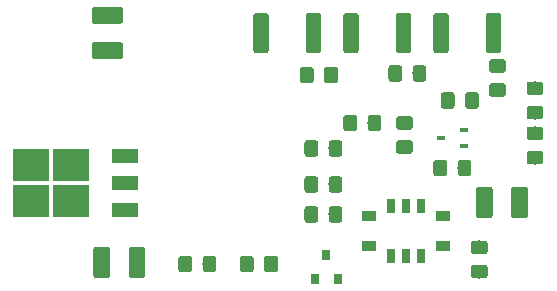
<source format=gbr>
G04 #@! TF.GenerationSoftware,KiCad,Pcbnew,(5.0.2)-1*
G04 #@! TF.CreationDate,2018-12-31T21:56:22+00:00*
G04 #@! TF.ProjectId,D75F_Board,44373546-5f42-46f6-9172-642e6b696361,rev?*
G04 #@! TF.SameCoordinates,Original*
G04 #@! TF.FileFunction,Paste,Top*
G04 #@! TF.FilePolarity,Positive*
%FSLAX46Y46*%
G04 Gerber Fmt 4.6, Leading zero omitted, Abs format (unit mm)*
G04 Created by KiCad (PCBNEW (5.0.2)-1) date 31/12/2018 21:56:22*
%MOMM*%
%LPD*%
G01*
G04 APERTURE LIST*
%ADD10C,0.100000*%
%ADD11C,1.150000*%
%ADD12C,1.425000*%
%ADD13R,0.800000X0.900000*%
%ADD14C,1.300000*%
%ADD15R,0.700000X0.450000*%
%ADD16R,2.200000X1.200000*%
%ADD17R,3.050000X2.750000*%
%ADD18R,0.760000X1.280000*%
%ADD19R,1.280000X0.940000*%
G04 APERTURE END LIST*
D10*
G04 #@! TO.C,C10*
G36*
X145011505Y-80327204D02*
X145035773Y-80330804D01*
X145059572Y-80336765D01*
X145082671Y-80345030D01*
X145104850Y-80355520D01*
X145125893Y-80368132D01*
X145145599Y-80382747D01*
X145163777Y-80399223D01*
X145180253Y-80417401D01*
X145194868Y-80437107D01*
X145207480Y-80458150D01*
X145217970Y-80480329D01*
X145226235Y-80503428D01*
X145232196Y-80527227D01*
X145235796Y-80551495D01*
X145237000Y-80575999D01*
X145237000Y-81476001D01*
X145235796Y-81500505D01*
X145232196Y-81524773D01*
X145226235Y-81548572D01*
X145217970Y-81571671D01*
X145207480Y-81593850D01*
X145194868Y-81614893D01*
X145180253Y-81634599D01*
X145163777Y-81652777D01*
X145145599Y-81669253D01*
X145125893Y-81683868D01*
X145104850Y-81696480D01*
X145082671Y-81706970D01*
X145059572Y-81715235D01*
X145035773Y-81721196D01*
X145011505Y-81724796D01*
X144987001Y-81726000D01*
X144336999Y-81726000D01*
X144312495Y-81724796D01*
X144288227Y-81721196D01*
X144264428Y-81715235D01*
X144241329Y-81706970D01*
X144219150Y-81696480D01*
X144198107Y-81683868D01*
X144178401Y-81669253D01*
X144160223Y-81652777D01*
X144143747Y-81634599D01*
X144129132Y-81614893D01*
X144116520Y-81593850D01*
X144106030Y-81571671D01*
X144097765Y-81548572D01*
X144091804Y-81524773D01*
X144088204Y-81500505D01*
X144087000Y-81476001D01*
X144087000Y-80575999D01*
X144088204Y-80551495D01*
X144091804Y-80527227D01*
X144097765Y-80503428D01*
X144106030Y-80480329D01*
X144116520Y-80458150D01*
X144129132Y-80437107D01*
X144143747Y-80417401D01*
X144160223Y-80399223D01*
X144178401Y-80382747D01*
X144198107Y-80368132D01*
X144219150Y-80355520D01*
X144241329Y-80345030D01*
X144264428Y-80336765D01*
X144288227Y-80330804D01*
X144312495Y-80327204D01*
X144336999Y-80326000D01*
X144987001Y-80326000D01*
X145011505Y-80327204D01*
X145011505Y-80327204D01*
G37*
D11*
X144662000Y-81026000D03*
D10*
G36*
X142961505Y-80327204D02*
X142985773Y-80330804D01*
X143009572Y-80336765D01*
X143032671Y-80345030D01*
X143054850Y-80355520D01*
X143075893Y-80368132D01*
X143095599Y-80382747D01*
X143113777Y-80399223D01*
X143130253Y-80417401D01*
X143144868Y-80437107D01*
X143157480Y-80458150D01*
X143167970Y-80480329D01*
X143176235Y-80503428D01*
X143182196Y-80527227D01*
X143185796Y-80551495D01*
X143187000Y-80575999D01*
X143187000Y-81476001D01*
X143185796Y-81500505D01*
X143182196Y-81524773D01*
X143176235Y-81548572D01*
X143167970Y-81571671D01*
X143157480Y-81593850D01*
X143144868Y-81614893D01*
X143130253Y-81634599D01*
X143113777Y-81652777D01*
X143095599Y-81669253D01*
X143075893Y-81683868D01*
X143054850Y-81696480D01*
X143032671Y-81706970D01*
X143009572Y-81715235D01*
X142985773Y-81721196D01*
X142961505Y-81724796D01*
X142937001Y-81726000D01*
X142286999Y-81726000D01*
X142262495Y-81724796D01*
X142238227Y-81721196D01*
X142214428Y-81715235D01*
X142191329Y-81706970D01*
X142169150Y-81696480D01*
X142148107Y-81683868D01*
X142128401Y-81669253D01*
X142110223Y-81652777D01*
X142093747Y-81634599D01*
X142079132Y-81614893D01*
X142066520Y-81593850D01*
X142056030Y-81571671D01*
X142047765Y-81548572D01*
X142041804Y-81524773D01*
X142038204Y-81500505D01*
X142037000Y-81476001D01*
X142037000Y-80575999D01*
X142038204Y-80551495D01*
X142041804Y-80527227D01*
X142047765Y-80503428D01*
X142056030Y-80480329D01*
X142066520Y-80458150D01*
X142079132Y-80437107D01*
X142093747Y-80417401D01*
X142110223Y-80399223D01*
X142128401Y-80382747D01*
X142148107Y-80368132D01*
X142169150Y-80355520D01*
X142191329Y-80345030D01*
X142214428Y-80336765D01*
X142238227Y-80330804D01*
X142262495Y-80327204D01*
X142286999Y-80326000D01*
X142937001Y-80326000D01*
X142961505Y-80327204D01*
X142961505Y-80327204D01*
G37*
D11*
X142612000Y-81026000D03*
G04 #@! TD*
D10*
G04 #@! TO.C,C11*
G36*
X128720504Y-95577204D02*
X128744773Y-95580804D01*
X128768571Y-95586765D01*
X128791671Y-95595030D01*
X128813849Y-95605520D01*
X128834893Y-95618133D01*
X128854598Y-95632747D01*
X128872777Y-95649223D01*
X128889253Y-95667402D01*
X128903867Y-95687107D01*
X128916480Y-95708151D01*
X128926970Y-95730329D01*
X128935235Y-95753429D01*
X128941196Y-95777227D01*
X128944796Y-95801496D01*
X128946000Y-95826000D01*
X128946000Y-97976000D01*
X128944796Y-98000504D01*
X128941196Y-98024773D01*
X128935235Y-98048571D01*
X128926970Y-98071671D01*
X128916480Y-98093849D01*
X128903867Y-98114893D01*
X128889253Y-98134598D01*
X128872777Y-98152777D01*
X128854598Y-98169253D01*
X128834893Y-98183867D01*
X128813849Y-98196480D01*
X128791671Y-98206970D01*
X128768571Y-98215235D01*
X128744773Y-98221196D01*
X128720504Y-98224796D01*
X128696000Y-98226000D01*
X127771000Y-98226000D01*
X127746496Y-98224796D01*
X127722227Y-98221196D01*
X127698429Y-98215235D01*
X127675329Y-98206970D01*
X127653151Y-98196480D01*
X127632107Y-98183867D01*
X127612402Y-98169253D01*
X127594223Y-98152777D01*
X127577747Y-98134598D01*
X127563133Y-98114893D01*
X127550520Y-98093849D01*
X127540030Y-98071671D01*
X127531765Y-98048571D01*
X127525804Y-98024773D01*
X127522204Y-98000504D01*
X127521000Y-97976000D01*
X127521000Y-95826000D01*
X127522204Y-95801496D01*
X127525804Y-95777227D01*
X127531765Y-95753429D01*
X127540030Y-95730329D01*
X127550520Y-95708151D01*
X127563133Y-95687107D01*
X127577747Y-95667402D01*
X127594223Y-95649223D01*
X127612402Y-95632747D01*
X127632107Y-95618133D01*
X127653151Y-95605520D01*
X127675329Y-95595030D01*
X127698429Y-95586765D01*
X127722227Y-95580804D01*
X127746496Y-95577204D01*
X127771000Y-95576000D01*
X128696000Y-95576000D01*
X128720504Y-95577204D01*
X128720504Y-95577204D01*
G37*
D12*
X128233500Y-96901000D03*
D10*
G36*
X125745504Y-95577204D02*
X125769773Y-95580804D01*
X125793571Y-95586765D01*
X125816671Y-95595030D01*
X125838849Y-95605520D01*
X125859893Y-95618133D01*
X125879598Y-95632747D01*
X125897777Y-95649223D01*
X125914253Y-95667402D01*
X125928867Y-95687107D01*
X125941480Y-95708151D01*
X125951970Y-95730329D01*
X125960235Y-95753429D01*
X125966196Y-95777227D01*
X125969796Y-95801496D01*
X125971000Y-95826000D01*
X125971000Y-97976000D01*
X125969796Y-98000504D01*
X125966196Y-98024773D01*
X125960235Y-98048571D01*
X125951970Y-98071671D01*
X125941480Y-98093849D01*
X125928867Y-98114893D01*
X125914253Y-98134598D01*
X125897777Y-98152777D01*
X125879598Y-98169253D01*
X125859893Y-98183867D01*
X125838849Y-98196480D01*
X125816671Y-98206970D01*
X125793571Y-98215235D01*
X125769773Y-98221196D01*
X125745504Y-98224796D01*
X125721000Y-98226000D01*
X124796000Y-98226000D01*
X124771496Y-98224796D01*
X124747227Y-98221196D01*
X124723429Y-98215235D01*
X124700329Y-98206970D01*
X124678151Y-98196480D01*
X124657107Y-98183867D01*
X124637402Y-98169253D01*
X124619223Y-98152777D01*
X124602747Y-98134598D01*
X124588133Y-98114893D01*
X124575520Y-98093849D01*
X124565030Y-98071671D01*
X124556765Y-98048571D01*
X124550804Y-98024773D01*
X124547204Y-98000504D01*
X124546000Y-97976000D01*
X124546000Y-95826000D01*
X124547204Y-95801496D01*
X124550804Y-95777227D01*
X124556765Y-95753429D01*
X124565030Y-95730329D01*
X124575520Y-95708151D01*
X124588133Y-95687107D01*
X124602747Y-95667402D01*
X124619223Y-95649223D01*
X124637402Y-95632747D01*
X124657107Y-95618133D01*
X124678151Y-95605520D01*
X124700329Y-95595030D01*
X124723429Y-95586765D01*
X124747227Y-95580804D01*
X124771496Y-95577204D01*
X124796000Y-95576000D01*
X125721000Y-95576000D01*
X125745504Y-95577204D01*
X125745504Y-95577204D01*
G37*
D12*
X125258500Y-96901000D03*
G04 #@! TD*
D10*
G04 #@! TO.C,R7*
G36*
X132674505Y-96329204D02*
X132698773Y-96332804D01*
X132722572Y-96338765D01*
X132745671Y-96347030D01*
X132767850Y-96357520D01*
X132788893Y-96370132D01*
X132808599Y-96384747D01*
X132826777Y-96401223D01*
X132843253Y-96419401D01*
X132857868Y-96439107D01*
X132870480Y-96460150D01*
X132880970Y-96482329D01*
X132889235Y-96505428D01*
X132895196Y-96529227D01*
X132898796Y-96553495D01*
X132900000Y-96577999D01*
X132900000Y-97478001D01*
X132898796Y-97502505D01*
X132895196Y-97526773D01*
X132889235Y-97550572D01*
X132880970Y-97573671D01*
X132870480Y-97595850D01*
X132857868Y-97616893D01*
X132843253Y-97636599D01*
X132826777Y-97654777D01*
X132808599Y-97671253D01*
X132788893Y-97685868D01*
X132767850Y-97698480D01*
X132745671Y-97708970D01*
X132722572Y-97717235D01*
X132698773Y-97723196D01*
X132674505Y-97726796D01*
X132650001Y-97728000D01*
X131999999Y-97728000D01*
X131975495Y-97726796D01*
X131951227Y-97723196D01*
X131927428Y-97717235D01*
X131904329Y-97708970D01*
X131882150Y-97698480D01*
X131861107Y-97685868D01*
X131841401Y-97671253D01*
X131823223Y-97654777D01*
X131806747Y-97636599D01*
X131792132Y-97616893D01*
X131779520Y-97595850D01*
X131769030Y-97573671D01*
X131760765Y-97550572D01*
X131754804Y-97526773D01*
X131751204Y-97502505D01*
X131750000Y-97478001D01*
X131750000Y-96577999D01*
X131751204Y-96553495D01*
X131754804Y-96529227D01*
X131760765Y-96505428D01*
X131769030Y-96482329D01*
X131779520Y-96460150D01*
X131792132Y-96439107D01*
X131806747Y-96419401D01*
X131823223Y-96401223D01*
X131841401Y-96384747D01*
X131861107Y-96370132D01*
X131882150Y-96357520D01*
X131904329Y-96347030D01*
X131927428Y-96338765D01*
X131951227Y-96332804D01*
X131975495Y-96329204D01*
X131999999Y-96328000D01*
X132650001Y-96328000D01*
X132674505Y-96329204D01*
X132674505Y-96329204D01*
G37*
D11*
X132325000Y-97028000D03*
D10*
G36*
X134724505Y-96329204D02*
X134748773Y-96332804D01*
X134772572Y-96338765D01*
X134795671Y-96347030D01*
X134817850Y-96357520D01*
X134838893Y-96370132D01*
X134858599Y-96384747D01*
X134876777Y-96401223D01*
X134893253Y-96419401D01*
X134907868Y-96439107D01*
X134920480Y-96460150D01*
X134930970Y-96482329D01*
X134939235Y-96505428D01*
X134945196Y-96529227D01*
X134948796Y-96553495D01*
X134950000Y-96577999D01*
X134950000Y-97478001D01*
X134948796Y-97502505D01*
X134945196Y-97526773D01*
X134939235Y-97550572D01*
X134930970Y-97573671D01*
X134920480Y-97595850D01*
X134907868Y-97616893D01*
X134893253Y-97636599D01*
X134876777Y-97654777D01*
X134858599Y-97671253D01*
X134838893Y-97685868D01*
X134817850Y-97698480D01*
X134795671Y-97708970D01*
X134772572Y-97717235D01*
X134748773Y-97723196D01*
X134724505Y-97726796D01*
X134700001Y-97728000D01*
X134049999Y-97728000D01*
X134025495Y-97726796D01*
X134001227Y-97723196D01*
X133977428Y-97717235D01*
X133954329Y-97708970D01*
X133932150Y-97698480D01*
X133911107Y-97685868D01*
X133891401Y-97671253D01*
X133873223Y-97654777D01*
X133856747Y-97636599D01*
X133842132Y-97616893D01*
X133829520Y-97595850D01*
X133819030Y-97573671D01*
X133810765Y-97550572D01*
X133804804Y-97526773D01*
X133801204Y-97502505D01*
X133800000Y-97478001D01*
X133800000Y-96577999D01*
X133801204Y-96553495D01*
X133804804Y-96529227D01*
X133810765Y-96505428D01*
X133819030Y-96482329D01*
X133829520Y-96460150D01*
X133842132Y-96439107D01*
X133856747Y-96419401D01*
X133873223Y-96401223D01*
X133891401Y-96384747D01*
X133911107Y-96370132D01*
X133932150Y-96357520D01*
X133954329Y-96347030D01*
X133977428Y-96338765D01*
X134001227Y-96332804D01*
X134025495Y-96329204D01*
X134049999Y-96328000D01*
X134700001Y-96328000D01*
X134724505Y-96329204D01*
X134724505Y-96329204D01*
G37*
D11*
X134375000Y-97028000D03*
G04 #@! TD*
D10*
G04 #@! TO.C,R6*
G36*
X139931505Y-96329204D02*
X139955773Y-96332804D01*
X139979572Y-96338765D01*
X140002671Y-96347030D01*
X140024850Y-96357520D01*
X140045893Y-96370132D01*
X140065599Y-96384747D01*
X140083777Y-96401223D01*
X140100253Y-96419401D01*
X140114868Y-96439107D01*
X140127480Y-96460150D01*
X140137970Y-96482329D01*
X140146235Y-96505428D01*
X140152196Y-96529227D01*
X140155796Y-96553495D01*
X140157000Y-96577999D01*
X140157000Y-97478001D01*
X140155796Y-97502505D01*
X140152196Y-97526773D01*
X140146235Y-97550572D01*
X140137970Y-97573671D01*
X140127480Y-97595850D01*
X140114868Y-97616893D01*
X140100253Y-97636599D01*
X140083777Y-97654777D01*
X140065599Y-97671253D01*
X140045893Y-97685868D01*
X140024850Y-97698480D01*
X140002671Y-97708970D01*
X139979572Y-97717235D01*
X139955773Y-97723196D01*
X139931505Y-97726796D01*
X139907001Y-97728000D01*
X139256999Y-97728000D01*
X139232495Y-97726796D01*
X139208227Y-97723196D01*
X139184428Y-97717235D01*
X139161329Y-97708970D01*
X139139150Y-97698480D01*
X139118107Y-97685868D01*
X139098401Y-97671253D01*
X139080223Y-97654777D01*
X139063747Y-97636599D01*
X139049132Y-97616893D01*
X139036520Y-97595850D01*
X139026030Y-97573671D01*
X139017765Y-97550572D01*
X139011804Y-97526773D01*
X139008204Y-97502505D01*
X139007000Y-97478001D01*
X139007000Y-96577999D01*
X139008204Y-96553495D01*
X139011804Y-96529227D01*
X139017765Y-96505428D01*
X139026030Y-96482329D01*
X139036520Y-96460150D01*
X139049132Y-96439107D01*
X139063747Y-96419401D01*
X139080223Y-96401223D01*
X139098401Y-96384747D01*
X139118107Y-96370132D01*
X139139150Y-96357520D01*
X139161329Y-96347030D01*
X139184428Y-96338765D01*
X139208227Y-96332804D01*
X139232495Y-96329204D01*
X139256999Y-96328000D01*
X139907001Y-96328000D01*
X139931505Y-96329204D01*
X139931505Y-96329204D01*
G37*
D11*
X139582000Y-97028000D03*
D10*
G36*
X137881505Y-96329204D02*
X137905773Y-96332804D01*
X137929572Y-96338765D01*
X137952671Y-96347030D01*
X137974850Y-96357520D01*
X137995893Y-96370132D01*
X138015599Y-96384747D01*
X138033777Y-96401223D01*
X138050253Y-96419401D01*
X138064868Y-96439107D01*
X138077480Y-96460150D01*
X138087970Y-96482329D01*
X138096235Y-96505428D01*
X138102196Y-96529227D01*
X138105796Y-96553495D01*
X138107000Y-96577999D01*
X138107000Y-97478001D01*
X138105796Y-97502505D01*
X138102196Y-97526773D01*
X138096235Y-97550572D01*
X138087970Y-97573671D01*
X138077480Y-97595850D01*
X138064868Y-97616893D01*
X138050253Y-97636599D01*
X138033777Y-97654777D01*
X138015599Y-97671253D01*
X137995893Y-97685868D01*
X137974850Y-97698480D01*
X137952671Y-97708970D01*
X137929572Y-97717235D01*
X137905773Y-97723196D01*
X137881505Y-97726796D01*
X137857001Y-97728000D01*
X137206999Y-97728000D01*
X137182495Y-97726796D01*
X137158227Y-97723196D01*
X137134428Y-97717235D01*
X137111329Y-97708970D01*
X137089150Y-97698480D01*
X137068107Y-97685868D01*
X137048401Y-97671253D01*
X137030223Y-97654777D01*
X137013747Y-97636599D01*
X136999132Y-97616893D01*
X136986520Y-97595850D01*
X136976030Y-97573671D01*
X136967765Y-97550572D01*
X136961804Y-97526773D01*
X136958204Y-97502505D01*
X136957000Y-97478001D01*
X136957000Y-96577999D01*
X136958204Y-96553495D01*
X136961804Y-96529227D01*
X136967765Y-96505428D01*
X136976030Y-96482329D01*
X136986520Y-96460150D01*
X136999132Y-96439107D01*
X137013747Y-96419401D01*
X137030223Y-96401223D01*
X137048401Y-96384747D01*
X137068107Y-96370132D01*
X137089150Y-96357520D01*
X137111329Y-96347030D01*
X137134428Y-96338765D01*
X137158227Y-96332804D01*
X137182495Y-96329204D01*
X137206999Y-96328000D01*
X137857001Y-96328000D01*
X137881505Y-96329204D01*
X137881505Y-96329204D01*
G37*
D11*
X137532000Y-97028000D03*
G04 #@! TD*
D13*
G04 #@! TO.C,Q2*
X143322000Y-98282000D03*
X145222000Y-98282000D03*
X144272000Y-96282000D03*
G04 #@! TD*
D10*
G04 #@! TO.C,C1*
G36*
X126829504Y-78246204D02*
X126853773Y-78249804D01*
X126877571Y-78255765D01*
X126900671Y-78264030D01*
X126922849Y-78274520D01*
X126943893Y-78287133D01*
X126963598Y-78301747D01*
X126981777Y-78318223D01*
X126998253Y-78336402D01*
X127012867Y-78356107D01*
X127025480Y-78377151D01*
X127035970Y-78399329D01*
X127044235Y-78422429D01*
X127050196Y-78446227D01*
X127053796Y-78470496D01*
X127055000Y-78495000D01*
X127055000Y-79420000D01*
X127053796Y-79444504D01*
X127050196Y-79468773D01*
X127044235Y-79492571D01*
X127035970Y-79515671D01*
X127025480Y-79537849D01*
X127012867Y-79558893D01*
X126998253Y-79578598D01*
X126981777Y-79596777D01*
X126963598Y-79613253D01*
X126943893Y-79627867D01*
X126922849Y-79640480D01*
X126900671Y-79650970D01*
X126877571Y-79659235D01*
X126853773Y-79665196D01*
X126829504Y-79668796D01*
X126805000Y-79670000D01*
X124655000Y-79670000D01*
X124630496Y-79668796D01*
X124606227Y-79665196D01*
X124582429Y-79659235D01*
X124559329Y-79650970D01*
X124537151Y-79640480D01*
X124516107Y-79627867D01*
X124496402Y-79613253D01*
X124478223Y-79596777D01*
X124461747Y-79578598D01*
X124447133Y-79558893D01*
X124434520Y-79537849D01*
X124424030Y-79515671D01*
X124415765Y-79492571D01*
X124409804Y-79468773D01*
X124406204Y-79444504D01*
X124405000Y-79420000D01*
X124405000Y-78495000D01*
X124406204Y-78470496D01*
X124409804Y-78446227D01*
X124415765Y-78422429D01*
X124424030Y-78399329D01*
X124434520Y-78377151D01*
X124447133Y-78356107D01*
X124461747Y-78336402D01*
X124478223Y-78318223D01*
X124496402Y-78301747D01*
X124516107Y-78287133D01*
X124537151Y-78274520D01*
X124559329Y-78264030D01*
X124582429Y-78255765D01*
X124606227Y-78249804D01*
X124630496Y-78246204D01*
X124655000Y-78245000D01*
X126805000Y-78245000D01*
X126829504Y-78246204D01*
X126829504Y-78246204D01*
G37*
D12*
X125730000Y-78957500D03*
D10*
G36*
X126829504Y-75271204D02*
X126853773Y-75274804D01*
X126877571Y-75280765D01*
X126900671Y-75289030D01*
X126922849Y-75299520D01*
X126943893Y-75312133D01*
X126963598Y-75326747D01*
X126981777Y-75343223D01*
X126998253Y-75361402D01*
X127012867Y-75381107D01*
X127025480Y-75402151D01*
X127035970Y-75424329D01*
X127044235Y-75447429D01*
X127050196Y-75471227D01*
X127053796Y-75495496D01*
X127055000Y-75520000D01*
X127055000Y-76445000D01*
X127053796Y-76469504D01*
X127050196Y-76493773D01*
X127044235Y-76517571D01*
X127035970Y-76540671D01*
X127025480Y-76562849D01*
X127012867Y-76583893D01*
X126998253Y-76603598D01*
X126981777Y-76621777D01*
X126963598Y-76638253D01*
X126943893Y-76652867D01*
X126922849Y-76665480D01*
X126900671Y-76675970D01*
X126877571Y-76684235D01*
X126853773Y-76690196D01*
X126829504Y-76693796D01*
X126805000Y-76695000D01*
X124655000Y-76695000D01*
X124630496Y-76693796D01*
X124606227Y-76690196D01*
X124582429Y-76684235D01*
X124559329Y-76675970D01*
X124537151Y-76665480D01*
X124516107Y-76652867D01*
X124496402Y-76638253D01*
X124478223Y-76621777D01*
X124461747Y-76603598D01*
X124447133Y-76583893D01*
X124434520Y-76562849D01*
X124424030Y-76540671D01*
X124415765Y-76517571D01*
X124409804Y-76493773D01*
X124406204Y-76469504D01*
X124405000Y-76445000D01*
X124405000Y-75520000D01*
X124406204Y-75495496D01*
X124409804Y-75471227D01*
X124415765Y-75447429D01*
X124424030Y-75424329D01*
X124434520Y-75402151D01*
X124447133Y-75381107D01*
X124461747Y-75361402D01*
X124478223Y-75343223D01*
X124496402Y-75326747D01*
X124516107Y-75312133D01*
X124537151Y-75299520D01*
X124559329Y-75289030D01*
X124582429Y-75280765D01*
X124606227Y-75274804D01*
X124630496Y-75271204D01*
X124655000Y-75270000D01*
X126805000Y-75270000D01*
X126829504Y-75271204D01*
X126829504Y-75271204D01*
G37*
D12*
X125730000Y-75982500D03*
G04 #@! TD*
D10*
G04 #@! TO.C,C2*
G36*
X156949505Y-82486204D02*
X156973773Y-82489804D01*
X156997572Y-82495765D01*
X157020671Y-82504030D01*
X157042850Y-82514520D01*
X157063893Y-82527132D01*
X157083599Y-82541747D01*
X157101777Y-82558223D01*
X157118253Y-82576401D01*
X157132868Y-82596107D01*
X157145480Y-82617150D01*
X157155970Y-82639329D01*
X157164235Y-82662428D01*
X157170196Y-82686227D01*
X157173796Y-82710495D01*
X157175000Y-82734999D01*
X157175000Y-83635001D01*
X157173796Y-83659505D01*
X157170196Y-83683773D01*
X157164235Y-83707572D01*
X157155970Y-83730671D01*
X157145480Y-83752850D01*
X157132868Y-83773893D01*
X157118253Y-83793599D01*
X157101777Y-83811777D01*
X157083599Y-83828253D01*
X157063893Y-83842868D01*
X157042850Y-83855480D01*
X157020671Y-83865970D01*
X156997572Y-83874235D01*
X156973773Y-83880196D01*
X156949505Y-83883796D01*
X156925001Y-83885000D01*
X156274999Y-83885000D01*
X156250495Y-83883796D01*
X156226227Y-83880196D01*
X156202428Y-83874235D01*
X156179329Y-83865970D01*
X156157150Y-83855480D01*
X156136107Y-83842868D01*
X156116401Y-83828253D01*
X156098223Y-83811777D01*
X156081747Y-83793599D01*
X156067132Y-83773893D01*
X156054520Y-83752850D01*
X156044030Y-83730671D01*
X156035765Y-83707572D01*
X156029804Y-83683773D01*
X156026204Y-83659505D01*
X156025000Y-83635001D01*
X156025000Y-82734999D01*
X156026204Y-82710495D01*
X156029804Y-82686227D01*
X156035765Y-82662428D01*
X156044030Y-82639329D01*
X156054520Y-82617150D01*
X156067132Y-82596107D01*
X156081747Y-82576401D01*
X156098223Y-82558223D01*
X156116401Y-82541747D01*
X156136107Y-82527132D01*
X156157150Y-82514520D01*
X156179329Y-82504030D01*
X156202428Y-82495765D01*
X156226227Y-82489804D01*
X156250495Y-82486204D01*
X156274999Y-82485000D01*
X156925001Y-82485000D01*
X156949505Y-82486204D01*
X156949505Y-82486204D01*
G37*
D11*
X156600000Y-83185000D03*
D10*
G36*
X154899505Y-82486204D02*
X154923773Y-82489804D01*
X154947572Y-82495765D01*
X154970671Y-82504030D01*
X154992850Y-82514520D01*
X155013893Y-82527132D01*
X155033599Y-82541747D01*
X155051777Y-82558223D01*
X155068253Y-82576401D01*
X155082868Y-82596107D01*
X155095480Y-82617150D01*
X155105970Y-82639329D01*
X155114235Y-82662428D01*
X155120196Y-82686227D01*
X155123796Y-82710495D01*
X155125000Y-82734999D01*
X155125000Y-83635001D01*
X155123796Y-83659505D01*
X155120196Y-83683773D01*
X155114235Y-83707572D01*
X155105970Y-83730671D01*
X155095480Y-83752850D01*
X155082868Y-83773893D01*
X155068253Y-83793599D01*
X155051777Y-83811777D01*
X155033599Y-83828253D01*
X155013893Y-83842868D01*
X154992850Y-83855480D01*
X154970671Y-83865970D01*
X154947572Y-83874235D01*
X154923773Y-83880196D01*
X154899505Y-83883796D01*
X154875001Y-83885000D01*
X154224999Y-83885000D01*
X154200495Y-83883796D01*
X154176227Y-83880196D01*
X154152428Y-83874235D01*
X154129329Y-83865970D01*
X154107150Y-83855480D01*
X154086107Y-83842868D01*
X154066401Y-83828253D01*
X154048223Y-83811777D01*
X154031747Y-83793599D01*
X154017132Y-83773893D01*
X154004520Y-83752850D01*
X153994030Y-83730671D01*
X153985765Y-83707572D01*
X153979804Y-83683773D01*
X153976204Y-83659505D01*
X153975000Y-83635001D01*
X153975000Y-82734999D01*
X153976204Y-82710495D01*
X153979804Y-82686227D01*
X153985765Y-82662428D01*
X153994030Y-82639329D01*
X154004520Y-82617150D01*
X154017132Y-82596107D01*
X154031747Y-82576401D01*
X154048223Y-82558223D01*
X154066401Y-82541747D01*
X154086107Y-82527132D01*
X154107150Y-82514520D01*
X154129329Y-82504030D01*
X154152428Y-82495765D01*
X154176227Y-82489804D01*
X154200495Y-82486204D01*
X154224999Y-82485000D01*
X154875001Y-82485000D01*
X154899505Y-82486204D01*
X154899505Y-82486204D01*
G37*
D11*
X154550000Y-83185000D03*
G04 #@! TD*
D10*
G04 #@! TO.C,C4*
G36*
X145392505Y-92138204D02*
X145416773Y-92141804D01*
X145440572Y-92147765D01*
X145463671Y-92156030D01*
X145485850Y-92166520D01*
X145506893Y-92179132D01*
X145526599Y-92193747D01*
X145544777Y-92210223D01*
X145561253Y-92228401D01*
X145575868Y-92248107D01*
X145588480Y-92269150D01*
X145598970Y-92291329D01*
X145607235Y-92314428D01*
X145613196Y-92338227D01*
X145616796Y-92362495D01*
X145618000Y-92386999D01*
X145618000Y-93287001D01*
X145616796Y-93311505D01*
X145613196Y-93335773D01*
X145607235Y-93359572D01*
X145598970Y-93382671D01*
X145588480Y-93404850D01*
X145575868Y-93425893D01*
X145561253Y-93445599D01*
X145544777Y-93463777D01*
X145526599Y-93480253D01*
X145506893Y-93494868D01*
X145485850Y-93507480D01*
X145463671Y-93517970D01*
X145440572Y-93526235D01*
X145416773Y-93532196D01*
X145392505Y-93535796D01*
X145368001Y-93537000D01*
X144717999Y-93537000D01*
X144693495Y-93535796D01*
X144669227Y-93532196D01*
X144645428Y-93526235D01*
X144622329Y-93517970D01*
X144600150Y-93507480D01*
X144579107Y-93494868D01*
X144559401Y-93480253D01*
X144541223Y-93463777D01*
X144524747Y-93445599D01*
X144510132Y-93425893D01*
X144497520Y-93404850D01*
X144487030Y-93382671D01*
X144478765Y-93359572D01*
X144472804Y-93335773D01*
X144469204Y-93311505D01*
X144468000Y-93287001D01*
X144468000Y-92386999D01*
X144469204Y-92362495D01*
X144472804Y-92338227D01*
X144478765Y-92314428D01*
X144487030Y-92291329D01*
X144497520Y-92269150D01*
X144510132Y-92248107D01*
X144524747Y-92228401D01*
X144541223Y-92210223D01*
X144559401Y-92193747D01*
X144579107Y-92179132D01*
X144600150Y-92166520D01*
X144622329Y-92156030D01*
X144645428Y-92147765D01*
X144669227Y-92141804D01*
X144693495Y-92138204D01*
X144717999Y-92137000D01*
X145368001Y-92137000D01*
X145392505Y-92138204D01*
X145392505Y-92138204D01*
G37*
D11*
X145043000Y-92837000D03*
D10*
G36*
X143342505Y-92138204D02*
X143366773Y-92141804D01*
X143390572Y-92147765D01*
X143413671Y-92156030D01*
X143435850Y-92166520D01*
X143456893Y-92179132D01*
X143476599Y-92193747D01*
X143494777Y-92210223D01*
X143511253Y-92228401D01*
X143525868Y-92248107D01*
X143538480Y-92269150D01*
X143548970Y-92291329D01*
X143557235Y-92314428D01*
X143563196Y-92338227D01*
X143566796Y-92362495D01*
X143568000Y-92386999D01*
X143568000Y-93287001D01*
X143566796Y-93311505D01*
X143563196Y-93335773D01*
X143557235Y-93359572D01*
X143548970Y-93382671D01*
X143538480Y-93404850D01*
X143525868Y-93425893D01*
X143511253Y-93445599D01*
X143494777Y-93463777D01*
X143476599Y-93480253D01*
X143456893Y-93494868D01*
X143435850Y-93507480D01*
X143413671Y-93517970D01*
X143390572Y-93526235D01*
X143366773Y-93532196D01*
X143342505Y-93535796D01*
X143318001Y-93537000D01*
X142667999Y-93537000D01*
X142643495Y-93535796D01*
X142619227Y-93532196D01*
X142595428Y-93526235D01*
X142572329Y-93517970D01*
X142550150Y-93507480D01*
X142529107Y-93494868D01*
X142509401Y-93480253D01*
X142491223Y-93463777D01*
X142474747Y-93445599D01*
X142460132Y-93425893D01*
X142447520Y-93404850D01*
X142437030Y-93382671D01*
X142428765Y-93359572D01*
X142422804Y-93335773D01*
X142419204Y-93311505D01*
X142418000Y-93287001D01*
X142418000Y-92386999D01*
X142419204Y-92362495D01*
X142422804Y-92338227D01*
X142428765Y-92314428D01*
X142437030Y-92291329D01*
X142447520Y-92269150D01*
X142460132Y-92248107D01*
X142474747Y-92228401D01*
X142491223Y-92210223D01*
X142509401Y-92193747D01*
X142529107Y-92179132D01*
X142550150Y-92166520D01*
X142572329Y-92156030D01*
X142595428Y-92147765D01*
X142619227Y-92141804D01*
X142643495Y-92138204D01*
X142667999Y-92137000D01*
X143318001Y-92137000D01*
X143342505Y-92138204D01*
X143342505Y-92138204D01*
G37*
D11*
X142993000Y-92837000D03*
G04 #@! TD*
D10*
G04 #@! TO.C,C5*
G36*
X143342505Y-89598204D02*
X143366773Y-89601804D01*
X143390572Y-89607765D01*
X143413671Y-89616030D01*
X143435850Y-89626520D01*
X143456893Y-89639132D01*
X143476599Y-89653747D01*
X143494777Y-89670223D01*
X143511253Y-89688401D01*
X143525868Y-89708107D01*
X143538480Y-89729150D01*
X143548970Y-89751329D01*
X143557235Y-89774428D01*
X143563196Y-89798227D01*
X143566796Y-89822495D01*
X143568000Y-89846999D01*
X143568000Y-90747001D01*
X143566796Y-90771505D01*
X143563196Y-90795773D01*
X143557235Y-90819572D01*
X143548970Y-90842671D01*
X143538480Y-90864850D01*
X143525868Y-90885893D01*
X143511253Y-90905599D01*
X143494777Y-90923777D01*
X143476599Y-90940253D01*
X143456893Y-90954868D01*
X143435850Y-90967480D01*
X143413671Y-90977970D01*
X143390572Y-90986235D01*
X143366773Y-90992196D01*
X143342505Y-90995796D01*
X143318001Y-90997000D01*
X142667999Y-90997000D01*
X142643495Y-90995796D01*
X142619227Y-90992196D01*
X142595428Y-90986235D01*
X142572329Y-90977970D01*
X142550150Y-90967480D01*
X142529107Y-90954868D01*
X142509401Y-90940253D01*
X142491223Y-90923777D01*
X142474747Y-90905599D01*
X142460132Y-90885893D01*
X142447520Y-90864850D01*
X142437030Y-90842671D01*
X142428765Y-90819572D01*
X142422804Y-90795773D01*
X142419204Y-90771505D01*
X142418000Y-90747001D01*
X142418000Y-89846999D01*
X142419204Y-89822495D01*
X142422804Y-89798227D01*
X142428765Y-89774428D01*
X142437030Y-89751329D01*
X142447520Y-89729150D01*
X142460132Y-89708107D01*
X142474747Y-89688401D01*
X142491223Y-89670223D01*
X142509401Y-89653747D01*
X142529107Y-89639132D01*
X142550150Y-89626520D01*
X142572329Y-89616030D01*
X142595428Y-89607765D01*
X142619227Y-89601804D01*
X142643495Y-89598204D01*
X142667999Y-89597000D01*
X143318001Y-89597000D01*
X143342505Y-89598204D01*
X143342505Y-89598204D01*
G37*
D11*
X142993000Y-90297000D03*
D10*
G36*
X145392505Y-89598204D02*
X145416773Y-89601804D01*
X145440572Y-89607765D01*
X145463671Y-89616030D01*
X145485850Y-89626520D01*
X145506893Y-89639132D01*
X145526599Y-89653747D01*
X145544777Y-89670223D01*
X145561253Y-89688401D01*
X145575868Y-89708107D01*
X145588480Y-89729150D01*
X145598970Y-89751329D01*
X145607235Y-89774428D01*
X145613196Y-89798227D01*
X145616796Y-89822495D01*
X145618000Y-89846999D01*
X145618000Y-90747001D01*
X145616796Y-90771505D01*
X145613196Y-90795773D01*
X145607235Y-90819572D01*
X145598970Y-90842671D01*
X145588480Y-90864850D01*
X145575868Y-90885893D01*
X145561253Y-90905599D01*
X145544777Y-90923777D01*
X145526599Y-90940253D01*
X145506893Y-90954868D01*
X145485850Y-90967480D01*
X145463671Y-90977970D01*
X145440572Y-90986235D01*
X145416773Y-90992196D01*
X145392505Y-90995796D01*
X145368001Y-90997000D01*
X144717999Y-90997000D01*
X144693495Y-90995796D01*
X144669227Y-90992196D01*
X144645428Y-90986235D01*
X144622329Y-90977970D01*
X144600150Y-90967480D01*
X144579107Y-90954868D01*
X144559401Y-90940253D01*
X144541223Y-90923777D01*
X144524747Y-90905599D01*
X144510132Y-90885893D01*
X144497520Y-90864850D01*
X144487030Y-90842671D01*
X144478765Y-90819572D01*
X144472804Y-90795773D01*
X144469204Y-90771505D01*
X144468000Y-90747001D01*
X144468000Y-89846999D01*
X144469204Y-89822495D01*
X144472804Y-89798227D01*
X144478765Y-89774428D01*
X144487030Y-89751329D01*
X144497520Y-89729150D01*
X144510132Y-89708107D01*
X144524747Y-89688401D01*
X144541223Y-89670223D01*
X144559401Y-89653747D01*
X144579107Y-89639132D01*
X144600150Y-89626520D01*
X144622329Y-89616030D01*
X144645428Y-89607765D01*
X144669227Y-89601804D01*
X144693495Y-89598204D01*
X144717999Y-89597000D01*
X145368001Y-89597000D01*
X145392505Y-89598204D01*
X145392505Y-89598204D01*
G37*
D11*
X145043000Y-90297000D03*
G04 #@! TD*
D10*
G04 #@! TO.C,C6*
G36*
X145392505Y-86550204D02*
X145416773Y-86553804D01*
X145440572Y-86559765D01*
X145463671Y-86568030D01*
X145485850Y-86578520D01*
X145506893Y-86591132D01*
X145526599Y-86605747D01*
X145544777Y-86622223D01*
X145561253Y-86640401D01*
X145575868Y-86660107D01*
X145588480Y-86681150D01*
X145598970Y-86703329D01*
X145607235Y-86726428D01*
X145613196Y-86750227D01*
X145616796Y-86774495D01*
X145618000Y-86798999D01*
X145618000Y-87699001D01*
X145616796Y-87723505D01*
X145613196Y-87747773D01*
X145607235Y-87771572D01*
X145598970Y-87794671D01*
X145588480Y-87816850D01*
X145575868Y-87837893D01*
X145561253Y-87857599D01*
X145544777Y-87875777D01*
X145526599Y-87892253D01*
X145506893Y-87906868D01*
X145485850Y-87919480D01*
X145463671Y-87929970D01*
X145440572Y-87938235D01*
X145416773Y-87944196D01*
X145392505Y-87947796D01*
X145368001Y-87949000D01*
X144717999Y-87949000D01*
X144693495Y-87947796D01*
X144669227Y-87944196D01*
X144645428Y-87938235D01*
X144622329Y-87929970D01*
X144600150Y-87919480D01*
X144579107Y-87906868D01*
X144559401Y-87892253D01*
X144541223Y-87875777D01*
X144524747Y-87857599D01*
X144510132Y-87837893D01*
X144497520Y-87816850D01*
X144487030Y-87794671D01*
X144478765Y-87771572D01*
X144472804Y-87747773D01*
X144469204Y-87723505D01*
X144468000Y-87699001D01*
X144468000Y-86798999D01*
X144469204Y-86774495D01*
X144472804Y-86750227D01*
X144478765Y-86726428D01*
X144487030Y-86703329D01*
X144497520Y-86681150D01*
X144510132Y-86660107D01*
X144524747Y-86640401D01*
X144541223Y-86622223D01*
X144559401Y-86605747D01*
X144579107Y-86591132D01*
X144600150Y-86578520D01*
X144622329Y-86568030D01*
X144645428Y-86559765D01*
X144669227Y-86553804D01*
X144693495Y-86550204D01*
X144717999Y-86549000D01*
X145368001Y-86549000D01*
X145392505Y-86550204D01*
X145392505Y-86550204D01*
G37*
D11*
X145043000Y-87249000D03*
D10*
G36*
X143342505Y-86550204D02*
X143366773Y-86553804D01*
X143390572Y-86559765D01*
X143413671Y-86568030D01*
X143435850Y-86578520D01*
X143456893Y-86591132D01*
X143476599Y-86605747D01*
X143494777Y-86622223D01*
X143511253Y-86640401D01*
X143525868Y-86660107D01*
X143538480Y-86681150D01*
X143548970Y-86703329D01*
X143557235Y-86726428D01*
X143563196Y-86750227D01*
X143566796Y-86774495D01*
X143568000Y-86798999D01*
X143568000Y-87699001D01*
X143566796Y-87723505D01*
X143563196Y-87747773D01*
X143557235Y-87771572D01*
X143548970Y-87794671D01*
X143538480Y-87816850D01*
X143525868Y-87837893D01*
X143511253Y-87857599D01*
X143494777Y-87875777D01*
X143476599Y-87892253D01*
X143456893Y-87906868D01*
X143435850Y-87919480D01*
X143413671Y-87929970D01*
X143390572Y-87938235D01*
X143366773Y-87944196D01*
X143342505Y-87947796D01*
X143318001Y-87949000D01*
X142667999Y-87949000D01*
X142643495Y-87947796D01*
X142619227Y-87944196D01*
X142595428Y-87938235D01*
X142572329Y-87929970D01*
X142550150Y-87919480D01*
X142529107Y-87906868D01*
X142509401Y-87892253D01*
X142491223Y-87875777D01*
X142474747Y-87857599D01*
X142460132Y-87837893D01*
X142447520Y-87816850D01*
X142437030Y-87794671D01*
X142428765Y-87771572D01*
X142422804Y-87747773D01*
X142419204Y-87723505D01*
X142418000Y-87699001D01*
X142418000Y-86798999D01*
X142419204Y-86774495D01*
X142422804Y-86750227D01*
X142428765Y-86726428D01*
X142437030Y-86703329D01*
X142447520Y-86681150D01*
X142460132Y-86660107D01*
X142474747Y-86640401D01*
X142491223Y-86622223D01*
X142509401Y-86605747D01*
X142529107Y-86591132D01*
X142550150Y-86578520D01*
X142572329Y-86568030D01*
X142595428Y-86559765D01*
X142619227Y-86553804D01*
X142643495Y-86550204D01*
X142667999Y-86549000D01*
X143318001Y-86549000D01*
X143342505Y-86550204D01*
X143342505Y-86550204D01*
G37*
D11*
X142993000Y-87249000D03*
G04 #@! TD*
D10*
G04 #@! TO.C,C7*
G36*
X146644505Y-84391204D02*
X146668773Y-84394804D01*
X146692572Y-84400765D01*
X146715671Y-84409030D01*
X146737850Y-84419520D01*
X146758893Y-84432132D01*
X146778599Y-84446747D01*
X146796777Y-84463223D01*
X146813253Y-84481401D01*
X146827868Y-84501107D01*
X146840480Y-84522150D01*
X146850970Y-84544329D01*
X146859235Y-84567428D01*
X146865196Y-84591227D01*
X146868796Y-84615495D01*
X146870000Y-84639999D01*
X146870000Y-85540001D01*
X146868796Y-85564505D01*
X146865196Y-85588773D01*
X146859235Y-85612572D01*
X146850970Y-85635671D01*
X146840480Y-85657850D01*
X146827868Y-85678893D01*
X146813253Y-85698599D01*
X146796777Y-85716777D01*
X146778599Y-85733253D01*
X146758893Y-85747868D01*
X146737850Y-85760480D01*
X146715671Y-85770970D01*
X146692572Y-85779235D01*
X146668773Y-85785196D01*
X146644505Y-85788796D01*
X146620001Y-85790000D01*
X145969999Y-85790000D01*
X145945495Y-85788796D01*
X145921227Y-85785196D01*
X145897428Y-85779235D01*
X145874329Y-85770970D01*
X145852150Y-85760480D01*
X145831107Y-85747868D01*
X145811401Y-85733253D01*
X145793223Y-85716777D01*
X145776747Y-85698599D01*
X145762132Y-85678893D01*
X145749520Y-85657850D01*
X145739030Y-85635671D01*
X145730765Y-85612572D01*
X145724804Y-85588773D01*
X145721204Y-85564505D01*
X145720000Y-85540001D01*
X145720000Y-84639999D01*
X145721204Y-84615495D01*
X145724804Y-84591227D01*
X145730765Y-84567428D01*
X145739030Y-84544329D01*
X145749520Y-84522150D01*
X145762132Y-84501107D01*
X145776747Y-84481401D01*
X145793223Y-84463223D01*
X145811401Y-84446747D01*
X145831107Y-84432132D01*
X145852150Y-84419520D01*
X145874329Y-84409030D01*
X145897428Y-84400765D01*
X145921227Y-84394804D01*
X145945495Y-84391204D01*
X145969999Y-84390000D01*
X146620001Y-84390000D01*
X146644505Y-84391204D01*
X146644505Y-84391204D01*
G37*
D11*
X146295000Y-85090000D03*
D10*
G36*
X148694505Y-84391204D02*
X148718773Y-84394804D01*
X148742572Y-84400765D01*
X148765671Y-84409030D01*
X148787850Y-84419520D01*
X148808893Y-84432132D01*
X148828599Y-84446747D01*
X148846777Y-84463223D01*
X148863253Y-84481401D01*
X148877868Y-84501107D01*
X148890480Y-84522150D01*
X148900970Y-84544329D01*
X148909235Y-84567428D01*
X148915196Y-84591227D01*
X148918796Y-84615495D01*
X148920000Y-84639999D01*
X148920000Y-85540001D01*
X148918796Y-85564505D01*
X148915196Y-85588773D01*
X148909235Y-85612572D01*
X148900970Y-85635671D01*
X148890480Y-85657850D01*
X148877868Y-85678893D01*
X148863253Y-85698599D01*
X148846777Y-85716777D01*
X148828599Y-85733253D01*
X148808893Y-85747868D01*
X148787850Y-85760480D01*
X148765671Y-85770970D01*
X148742572Y-85779235D01*
X148718773Y-85785196D01*
X148694505Y-85788796D01*
X148670001Y-85790000D01*
X148019999Y-85790000D01*
X147995495Y-85788796D01*
X147971227Y-85785196D01*
X147947428Y-85779235D01*
X147924329Y-85770970D01*
X147902150Y-85760480D01*
X147881107Y-85747868D01*
X147861401Y-85733253D01*
X147843223Y-85716777D01*
X147826747Y-85698599D01*
X147812132Y-85678893D01*
X147799520Y-85657850D01*
X147789030Y-85635671D01*
X147780765Y-85612572D01*
X147774804Y-85588773D01*
X147771204Y-85564505D01*
X147770000Y-85540001D01*
X147770000Y-84639999D01*
X147771204Y-84615495D01*
X147774804Y-84591227D01*
X147780765Y-84567428D01*
X147789030Y-84544329D01*
X147799520Y-84522150D01*
X147812132Y-84501107D01*
X147826747Y-84481401D01*
X147843223Y-84463223D01*
X147861401Y-84446747D01*
X147881107Y-84432132D01*
X147902150Y-84419520D01*
X147924329Y-84409030D01*
X147947428Y-84400765D01*
X147971227Y-84394804D01*
X147995495Y-84391204D01*
X148019999Y-84390000D01*
X148670001Y-84390000D01*
X148694505Y-84391204D01*
X148694505Y-84391204D01*
G37*
D11*
X148345000Y-85090000D03*
G04 #@! TD*
D10*
G04 #@! TO.C,C8*
G36*
X162399505Y-81586204D02*
X162423773Y-81589804D01*
X162447572Y-81595765D01*
X162470671Y-81604030D01*
X162492850Y-81614520D01*
X162513893Y-81627132D01*
X162533599Y-81641747D01*
X162551777Y-81658223D01*
X162568253Y-81676401D01*
X162582868Y-81696107D01*
X162595480Y-81717150D01*
X162605970Y-81739329D01*
X162614235Y-81762428D01*
X162620196Y-81786227D01*
X162623796Y-81810495D01*
X162625000Y-81834999D01*
X162625000Y-82485001D01*
X162623796Y-82509505D01*
X162620196Y-82533773D01*
X162614235Y-82557572D01*
X162605970Y-82580671D01*
X162595480Y-82602850D01*
X162582868Y-82623893D01*
X162568253Y-82643599D01*
X162551777Y-82661777D01*
X162533599Y-82678253D01*
X162513893Y-82692868D01*
X162492850Y-82705480D01*
X162470671Y-82715970D01*
X162447572Y-82724235D01*
X162423773Y-82730196D01*
X162399505Y-82733796D01*
X162375001Y-82735000D01*
X161474999Y-82735000D01*
X161450495Y-82733796D01*
X161426227Y-82730196D01*
X161402428Y-82724235D01*
X161379329Y-82715970D01*
X161357150Y-82705480D01*
X161336107Y-82692868D01*
X161316401Y-82678253D01*
X161298223Y-82661777D01*
X161281747Y-82643599D01*
X161267132Y-82623893D01*
X161254520Y-82602850D01*
X161244030Y-82580671D01*
X161235765Y-82557572D01*
X161229804Y-82533773D01*
X161226204Y-82509505D01*
X161225000Y-82485001D01*
X161225000Y-81834999D01*
X161226204Y-81810495D01*
X161229804Y-81786227D01*
X161235765Y-81762428D01*
X161244030Y-81739329D01*
X161254520Y-81717150D01*
X161267132Y-81696107D01*
X161281747Y-81676401D01*
X161298223Y-81658223D01*
X161316401Y-81641747D01*
X161336107Y-81627132D01*
X161357150Y-81614520D01*
X161379329Y-81604030D01*
X161402428Y-81595765D01*
X161426227Y-81589804D01*
X161450495Y-81586204D01*
X161474999Y-81585000D01*
X162375001Y-81585000D01*
X162399505Y-81586204D01*
X162399505Y-81586204D01*
G37*
D11*
X161925000Y-82160000D03*
D10*
G36*
X162399505Y-83636204D02*
X162423773Y-83639804D01*
X162447572Y-83645765D01*
X162470671Y-83654030D01*
X162492850Y-83664520D01*
X162513893Y-83677132D01*
X162533599Y-83691747D01*
X162551777Y-83708223D01*
X162568253Y-83726401D01*
X162582868Y-83746107D01*
X162595480Y-83767150D01*
X162605970Y-83789329D01*
X162614235Y-83812428D01*
X162620196Y-83836227D01*
X162623796Y-83860495D01*
X162625000Y-83884999D01*
X162625000Y-84535001D01*
X162623796Y-84559505D01*
X162620196Y-84583773D01*
X162614235Y-84607572D01*
X162605970Y-84630671D01*
X162595480Y-84652850D01*
X162582868Y-84673893D01*
X162568253Y-84693599D01*
X162551777Y-84711777D01*
X162533599Y-84728253D01*
X162513893Y-84742868D01*
X162492850Y-84755480D01*
X162470671Y-84765970D01*
X162447572Y-84774235D01*
X162423773Y-84780196D01*
X162399505Y-84783796D01*
X162375001Y-84785000D01*
X161474999Y-84785000D01*
X161450495Y-84783796D01*
X161426227Y-84780196D01*
X161402428Y-84774235D01*
X161379329Y-84765970D01*
X161357150Y-84755480D01*
X161336107Y-84742868D01*
X161316401Y-84728253D01*
X161298223Y-84711777D01*
X161281747Y-84693599D01*
X161267132Y-84673893D01*
X161254520Y-84652850D01*
X161244030Y-84630671D01*
X161235765Y-84607572D01*
X161229804Y-84583773D01*
X161226204Y-84559505D01*
X161225000Y-84535001D01*
X161225000Y-83884999D01*
X161226204Y-83860495D01*
X161229804Y-83836227D01*
X161235765Y-83812428D01*
X161244030Y-83789329D01*
X161254520Y-83767150D01*
X161267132Y-83746107D01*
X161281747Y-83726401D01*
X161298223Y-83708223D01*
X161316401Y-83691747D01*
X161336107Y-83677132D01*
X161357150Y-83664520D01*
X161379329Y-83654030D01*
X161402428Y-83645765D01*
X161426227Y-83639804D01*
X161450495Y-83636204D01*
X161474999Y-83635000D01*
X162375001Y-83635000D01*
X162399505Y-83636204D01*
X162399505Y-83636204D01*
G37*
D11*
X161925000Y-84210000D03*
G04 #@! TD*
D10*
G04 #@! TO.C,C9*
G36*
X150454505Y-80200204D02*
X150478773Y-80203804D01*
X150502572Y-80209765D01*
X150525671Y-80218030D01*
X150547850Y-80228520D01*
X150568893Y-80241132D01*
X150588599Y-80255747D01*
X150606777Y-80272223D01*
X150623253Y-80290401D01*
X150637868Y-80310107D01*
X150650480Y-80331150D01*
X150660970Y-80353329D01*
X150669235Y-80376428D01*
X150675196Y-80400227D01*
X150678796Y-80424495D01*
X150680000Y-80448999D01*
X150680000Y-81349001D01*
X150678796Y-81373505D01*
X150675196Y-81397773D01*
X150669235Y-81421572D01*
X150660970Y-81444671D01*
X150650480Y-81466850D01*
X150637868Y-81487893D01*
X150623253Y-81507599D01*
X150606777Y-81525777D01*
X150588599Y-81542253D01*
X150568893Y-81556868D01*
X150547850Y-81569480D01*
X150525671Y-81579970D01*
X150502572Y-81588235D01*
X150478773Y-81594196D01*
X150454505Y-81597796D01*
X150430001Y-81599000D01*
X149779999Y-81599000D01*
X149755495Y-81597796D01*
X149731227Y-81594196D01*
X149707428Y-81588235D01*
X149684329Y-81579970D01*
X149662150Y-81569480D01*
X149641107Y-81556868D01*
X149621401Y-81542253D01*
X149603223Y-81525777D01*
X149586747Y-81507599D01*
X149572132Y-81487893D01*
X149559520Y-81466850D01*
X149549030Y-81444671D01*
X149540765Y-81421572D01*
X149534804Y-81397773D01*
X149531204Y-81373505D01*
X149530000Y-81349001D01*
X149530000Y-80448999D01*
X149531204Y-80424495D01*
X149534804Y-80400227D01*
X149540765Y-80376428D01*
X149549030Y-80353329D01*
X149559520Y-80331150D01*
X149572132Y-80310107D01*
X149586747Y-80290401D01*
X149603223Y-80272223D01*
X149621401Y-80255747D01*
X149641107Y-80241132D01*
X149662150Y-80228520D01*
X149684329Y-80218030D01*
X149707428Y-80209765D01*
X149731227Y-80203804D01*
X149755495Y-80200204D01*
X149779999Y-80199000D01*
X150430001Y-80199000D01*
X150454505Y-80200204D01*
X150454505Y-80200204D01*
G37*
D11*
X150105000Y-80899000D03*
D10*
G36*
X152504505Y-80200204D02*
X152528773Y-80203804D01*
X152552572Y-80209765D01*
X152575671Y-80218030D01*
X152597850Y-80228520D01*
X152618893Y-80241132D01*
X152638599Y-80255747D01*
X152656777Y-80272223D01*
X152673253Y-80290401D01*
X152687868Y-80310107D01*
X152700480Y-80331150D01*
X152710970Y-80353329D01*
X152719235Y-80376428D01*
X152725196Y-80400227D01*
X152728796Y-80424495D01*
X152730000Y-80448999D01*
X152730000Y-81349001D01*
X152728796Y-81373505D01*
X152725196Y-81397773D01*
X152719235Y-81421572D01*
X152710970Y-81444671D01*
X152700480Y-81466850D01*
X152687868Y-81487893D01*
X152673253Y-81507599D01*
X152656777Y-81525777D01*
X152638599Y-81542253D01*
X152618893Y-81556868D01*
X152597850Y-81569480D01*
X152575671Y-81579970D01*
X152552572Y-81588235D01*
X152528773Y-81594196D01*
X152504505Y-81597796D01*
X152480001Y-81599000D01*
X151829999Y-81599000D01*
X151805495Y-81597796D01*
X151781227Y-81594196D01*
X151757428Y-81588235D01*
X151734329Y-81579970D01*
X151712150Y-81569480D01*
X151691107Y-81556868D01*
X151671401Y-81542253D01*
X151653223Y-81525777D01*
X151636747Y-81507599D01*
X151622132Y-81487893D01*
X151609520Y-81466850D01*
X151599030Y-81444671D01*
X151590765Y-81421572D01*
X151584804Y-81397773D01*
X151581204Y-81373505D01*
X151580000Y-81349001D01*
X151580000Y-80448999D01*
X151581204Y-80424495D01*
X151584804Y-80400227D01*
X151590765Y-80376428D01*
X151599030Y-80353329D01*
X151609520Y-80331150D01*
X151622132Y-80310107D01*
X151636747Y-80290401D01*
X151653223Y-80272223D01*
X151671401Y-80255747D01*
X151691107Y-80241132D01*
X151712150Y-80228520D01*
X151734329Y-80218030D01*
X151757428Y-80209765D01*
X151781227Y-80203804D01*
X151805495Y-80200204D01*
X151829999Y-80199000D01*
X152480001Y-80199000D01*
X152504505Y-80200204D01*
X152504505Y-80200204D01*
G37*
D11*
X152155000Y-80899000D03*
G04 #@! TD*
D10*
G04 #@! TO.C,L1*
G36*
X158859504Y-75771204D02*
X158883773Y-75774804D01*
X158907571Y-75780765D01*
X158930671Y-75789030D01*
X158952849Y-75799520D01*
X158973893Y-75812133D01*
X158993598Y-75826747D01*
X159011777Y-75843223D01*
X159028253Y-75861402D01*
X159042867Y-75881107D01*
X159055480Y-75902151D01*
X159065970Y-75924329D01*
X159074235Y-75947429D01*
X159080196Y-75971227D01*
X159083796Y-75995496D01*
X159085000Y-76020000D01*
X159085000Y-78920000D01*
X159083796Y-78944504D01*
X159080196Y-78968773D01*
X159074235Y-78992571D01*
X159065970Y-79015671D01*
X159055480Y-79037849D01*
X159042867Y-79058893D01*
X159028253Y-79078598D01*
X159011777Y-79096777D01*
X158993598Y-79113253D01*
X158973893Y-79127867D01*
X158952849Y-79140480D01*
X158930671Y-79150970D01*
X158907571Y-79159235D01*
X158883773Y-79165196D01*
X158859504Y-79168796D01*
X158835000Y-79170000D01*
X158035000Y-79170000D01*
X158010496Y-79168796D01*
X157986227Y-79165196D01*
X157962429Y-79159235D01*
X157939329Y-79150970D01*
X157917151Y-79140480D01*
X157896107Y-79127867D01*
X157876402Y-79113253D01*
X157858223Y-79096777D01*
X157841747Y-79078598D01*
X157827133Y-79058893D01*
X157814520Y-79037849D01*
X157804030Y-79015671D01*
X157795765Y-78992571D01*
X157789804Y-78968773D01*
X157786204Y-78944504D01*
X157785000Y-78920000D01*
X157785000Y-76020000D01*
X157786204Y-75995496D01*
X157789804Y-75971227D01*
X157795765Y-75947429D01*
X157804030Y-75924329D01*
X157814520Y-75902151D01*
X157827133Y-75881107D01*
X157841747Y-75861402D01*
X157858223Y-75843223D01*
X157876402Y-75826747D01*
X157896107Y-75812133D01*
X157917151Y-75799520D01*
X157939329Y-75789030D01*
X157962429Y-75780765D01*
X157986227Y-75774804D01*
X158010496Y-75771204D01*
X158035000Y-75770000D01*
X158835000Y-75770000D01*
X158859504Y-75771204D01*
X158859504Y-75771204D01*
G37*
D14*
X158435000Y-77470000D03*
D10*
G36*
X154409504Y-75771204D02*
X154433773Y-75774804D01*
X154457571Y-75780765D01*
X154480671Y-75789030D01*
X154502849Y-75799520D01*
X154523893Y-75812133D01*
X154543598Y-75826747D01*
X154561777Y-75843223D01*
X154578253Y-75861402D01*
X154592867Y-75881107D01*
X154605480Y-75902151D01*
X154615970Y-75924329D01*
X154624235Y-75947429D01*
X154630196Y-75971227D01*
X154633796Y-75995496D01*
X154635000Y-76020000D01*
X154635000Y-78920000D01*
X154633796Y-78944504D01*
X154630196Y-78968773D01*
X154624235Y-78992571D01*
X154615970Y-79015671D01*
X154605480Y-79037849D01*
X154592867Y-79058893D01*
X154578253Y-79078598D01*
X154561777Y-79096777D01*
X154543598Y-79113253D01*
X154523893Y-79127867D01*
X154502849Y-79140480D01*
X154480671Y-79150970D01*
X154457571Y-79159235D01*
X154433773Y-79165196D01*
X154409504Y-79168796D01*
X154385000Y-79170000D01*
X153585000Y-79170000D01*
X153560496Y-79168796D01*
X153536227Y-79165196D01*
X153512429Y-79159235D01*
X153489329Y-79150970D01*
X153467151Y-79140480D01*
X153446107Y-79127867D01*
X153426402Y-79113253D01*
X153408223Y-79096777D01*
X153391747Y-79078598D01*
X153377133Y-79058893D01*
X153364520Y-79037849D01*
X153354030Y-79015671D01*
X153345765Y-78992571D01*
X153339804Y-78968773D01*
X153336204Y-78944504D01*
X153335000Y-78920000D01*
X153335000Y-76020000D01*
X153336204Y-75995496D01*
X153339804Y-75971227D01*
X153345765Y-75947429D01*
X153354030Y-75924329D01*
X153364520Y-75902151D01*
X153377133Y-75881107D01*
X153391747Y-75861402D01*
X153408223Y-75843223D01*
X153426402Y-75826747D01*
X153446107Y-75812133D01*
X153467151Y-75799520D01*
X153489329Y-75789030D01*
X153512429Y-75780765D01*
X153536227Y-75774804D01*
X153560496Y-75771204D01*
X153585000Y-75770000D01*
X154385000Y-75770000D01*
X154409504Y-75771204D01*
X154409504Y-75771204D01*
G37*
D14*
X153985000Y-77470000D03*
G04 #@! TD*
D10*
G04 #@! TO.C,L2*
G36*
X146789504Y-75771204D02*
X146813773Y-75774804D01*
X146837571Y-75780765D01*
X146860671Y-75789030D01*
X146882849Y-75799520D01*
X146903893Y-75812133D01*
X146923598Y-75826747D01*
X146941777Y-75843223D01*
X146958253Y-75861402D01*
X146972867Y-75881107D01*
X146985480Y-75902151D01*
X146995970Y-75924329D01*
X147004235Y-75947429D01*
X147010196Y-75971227D01*
X147013796Y-75995496D01*
X147015000Y-76020000D01*
X147015000Y-78920000D01*
X147013796Y-78944504D01*
X147010196Y-78968773D01*
X147004235Y-78992571D01*
X146995970Y-79015671D01*
X146985480Y-79037849D01*
X146972867Y-79058893D01*
X146958253Y-79078598D01*
X146941777Y-79096777D01*
X146923598Y-79113253D01*
X146903893Y-79127867D01*
X146882849Y-79140480D01*
X146860671Y-79150970D01*
X146837571Y-79159235D01*
X146813773Y-79165196D01*
X146789504Y-79168796D01*
X146765000Y-79170000D01*
X145965000Y-79170000D01*
X145940496Y-79168796D01*
X145916227Y-79165196D01*
X145892429Y-79159235D01*
X145869329Y-79150970D01*
X145847151Y-79140480D01*
X145826107Y-79127867D01*
X145806402Y-79113253D01*
X145788223Y-79096777D01*
X145771747Y-79078598D01*
X145757133Y-79058893D01*
X145744520Y-79037849D01*
X145734030Y-79015671D01*
X145725765Y-78992571D01*
X145719804Y-78968773D01*
X145716204Y-78944504D01*
X145715000Y-78920000D01*
X145715000Y-76020000D01*
X145716204Y-75995496D01*
X145719804Y-75971227D01*
X145725765Y-75947429D01*
X145734030Y-75924329D01*
X145744520Y-75902151D01*
X145757133Y-75881107D01*
X145771747Y-75861402D01*
X145788223Y-75843223D01*
X145806402Y-75826747D01*
X145826107Y-75812133D01*
X145847151Y-75799520D01*
X145869329Y-75789030D01*
X145892429Y-75780765D01*
X145916227Y-75774804D01*
X145940496Y-75771204D01*
X145965000Y-75770000D01*
X146765000Y-75770000D01*
X146789504Y-75771204D01*
X146789504Y-75771204D01*
G37*
D14*
X146365000Y-77470000D03*
D10*
G36*
X151239504Y-75771204D02*
X151263773Y-75774804D01*
X151287571Y-75780765D01*
X151310671Y-75789030D01*
X151332849Y-75799520D01*
X151353893Y-75812133D01*
X151373598Y-75826747D01*
X151391777Y-75843223D01*
X151408253Y-75861402D01*
X151422867Y-75881107D01*
X151435480Y-75902151D01*
X151445970Y-75924329D01*
X151454235Y-75947429D01*
X151460196Y-75971227D01*
X151463796Y-75995496D01*
X151465000Y-76020000D01*
X151465000Y-78920000D01*
X151463796Y-78944504D01*
X151460196Y-78968773D01*
X151454235Y-78992571D01*
X151445970Y-79015671D01*
X151435480Y-79037849D01*
X151422867Y-79058893D01*
X151408253Y-79078598D01*
X151391777Y-79096777D01*
X151373598Y-79113253D01*
X151353893Y-79127867D01*
X151332849Y-79140480D01*
X151310671Y-79150970D01*
X151287571Y-79159235D01*
X151263773Y-79165196D01*
X151239504Y-79168796D01*
X151215000Y-79170000D01*
X150415000Y-79170000D01*
X150390496Y-79168796D01*
X150366227Y-79165196D01*
X150342429Y-79159235D01*
X150319329Y-79150970D01*
X150297151Y-79140480D01*
X150276107Y-79127867D01*
X150256402Y-79113253D01*
X150238223Y-79096777D01*
X150221747Y-79078598D01*
X150207133Y-79058893D01*
X150194520Y-79037849D01*
X150184030Y-79015671D01*
X150175765Y-78992571D01*
X150169804Y-78968773D01*
X150166204Y-78944504D01*
X150165000Y-78920000D01*
X150165000Y-76020000D01*
X150166204Y-75995496D01*
X150169804Y-75971227D01*
X150175765Y-75947429D01*
X150184030Y-75924329D01*
X150194520Y-75902151D01*
X150207133Y-75881107D01*
X150221747Y-75861402D01*
X150238223Y-75843223D01*
X150256402Y-75826747D01*
X150276107Y-75812133D01*
X150297151Y-75799520D01*
X150319329Y-75789030D01*
X150342429Y-75780765D01*
X150366227Y-75774804D01*
X150390496Y-75771204D01*
X150415000Y-75770000D01*
X151215000Y-75770000D01*
X151239504Y-75771204D01*
X151239504Y-75771204D01*
G37*
D14*
X150815000Y-77470000D03*
G04 #@! TD*
D10*
G04 #@! TO.C,L3*
G36*
X143619504Y-75771204D02*
X143643773Y-75774804D01*
X143667571Y-75780765D01*
X143690671Y-75789030D01*
X143712849Y-75799520D01*
X143733893Y-75812133D01*
X143753598Y-75826747D01*
X143771777Y-75843223D01*
X143788253Y-75861402D01*
X143802867Y-75881107D01*
X143815480Y-75902151D01*
X143825970Y-75924329D01*
X143834235Y-75947429D01*
X143840196Y-75971227D01*
X143843796Y-75995496D01*
X143845000Y-76020000D01*
X143845000Y-78920000D01*
X143843796Y-78944504D01*
X143840196Y-78968773D01*
X143834235Y-78992571D01*
X143825970Y-79015671D01*
X143815480Y-79037849D01*
X143802867Y-79058893D01*
X143788253Y-79078598D01*
X143771777Y-79096777D01*
X143753598Y-79113253D01*
X143733893Y-79127867D01*
X143712849Y-79140480D01*
X143690671Y-79150970D01*
X143667571Y-79159235D01*
X143643773Y-79165196D01*
X143619504Y-79168796D01*
X143595000Y-79170000D01*
X142795000Y-79170000D01*
X142770496Y-79168796D01*
X142746227Y-79165196D01*
X142722429Y-79159235D01*
X142699329Y-79150970D01*
X142677151Y-79140480D01*
X142656107Y-79127867D01*
X142636402Y-79113253D01*
X142618223Y-79096777D01*
X142601747Y-79078598D01*
X142587133Y-79058893D01*
X142574520Y-79037849D01*
X142564030Y-79015671D01*
X142555765Y-78992571D01*
X142549804Y-78968773D01*
X142546204Y-78944504D01*
X142545000Y-78920000D01*
X142545000Y-76020000D01*
X142546204Y-75995496D01*
X142549804Y-75971227D01*
X142555765Y-75947429D01*
X142564030Y-75924329D01*
X142574520Y-75902151D01*
X142587133Y-75881107D01*
X142601747Y-75861402D01*
X142618223Y-75843223D01*
X142636402Y-75826747D01*
X142656107Y-75812133D01*
X142677151Y-75799520D01*
X142699329Y-75789030D01*
X142722429Y-75780765D01*
X142746227Y-75774804D01*
X142770496Y-75771204D01*
X142795000Y-75770000D01*
X143595000Y-75770000D01*
X143619504Y-75771204D01*
X143619504Y-75771204D01*
G37*
D14*
X143195000Y-77470000D03*
D10*
G36*
X139169504Y-75771204D02*
X139193773Y-75774804D01*
X139217571Y-75780765D01*
X139240671Y-75789030D01*
X139262849Y-75799520D01*
X139283893Y-75812133D01*
X139303598Y-75826747D01*
X139321777Y-75843223D01*
X139338253Y-75861402D01*
X139352867Y-75881107D01*
X139365480Y-75902151D01*
X139375970Y-75924329D01*
X139384235Y-75947429D01*
X139390196Y-75971227D01*
X139393796Y-75995496D01*
X139395000Y-76020000D01*
X139395000Y-78920000D01*
X139393796Y-78944504D01*
X139390196Y-78968773D01*
X139384235Y-78992571D01*
X139375970Y-79015671D01*
X139365480Y-79037849D01*
X139352867Y-79058893D01*
X139338253Y-79078598D01*
X139321777Y-79096777D01*
X139303598Y-79113253D01*
X139283893Y-79127867D01*
X139262849Y-79140480D01*
X139240671Y-79150970D01*
X139217571Y-79159235D01*
X139193773Y-79165196D01*
X139169504Y-79168796D01*
X139145000Y-79170000D01*
X138345000Y-79170000D01*
X138320496Y-79168796D01*
X138296227Y-79165196D01*
X138272429Y-79159235D01*
X138249329Y-79150970D01*
X138227151Y-79140480D01*
X138206107Y-79127867D01*
X138186402Y-79113253D01*
X138168223Y-79096777D01*
X138151747Y-79078598D01*
X138137133Y-79058893D01*
X138124520Y-79037849D01*
X138114030Y-79015671D01*
X138105765Y-78992571D01*
X138099804Y-78968773D01*
X138096204Y-78944504D01*
X138095000Y-78920000D01*
X138095000Y-76020000D01*
X138096204Y-75995496D01*
X138099804Y-75971227D01*
X138105765Y-75947429D01*
X138114030Y-75924329D01*
X138124520Y-75902151D01*
X138137133Y-75881107D01*
X138151747Y-75861402D01*
X138168223Y-75843223D01*
X138186402Y-75826747D01*
X138206107Y-75812133D01*
X138227151Y-75799520D01*
X138249329Y-75789030D01*
X138272429Y-75780765D01*
X138296227Y-75774804D01*
X138320496Y-75771204D01*
X138345000Y-75770000D01*
X139145000Y-75770000D01*
X139169504Y-75771204D01*
X139169504Y-75771204D01*
G37*
D14*
X138745000Y-77470000D03*
G04 #@! TD*
D15*
G04 #@! TO.C,Q1*
X155940000Y-87010000D03*
X155940000Y-85710000D03*
X153940000Y-86360000D03*
G04 #@! TD*
D10*
G04 #@! TO.C,R1*
G36*
X157700505Y-95048204D02*
X157724773Y-95051804D01*
X157748572Y-95057765D01*
X157771671Y-95066030D01*
X157793850Y-95076520D01*
X157814893Y-95089132D01*
X157834599Y-95103747D01*
X157852777Y-95120223D01*
X157869253Y-95138401D01*
X157883868Y-95158107D01*
X157896480Y-95179150D01*
X157906970Y-95201329D01*
X157915235Y-95224428D01*
X157921196Y-95248227D01*
X157924796Y-95272495D01*
X157926000Y-95296999D01*
X157926000Y-95947001D01*
X157924796Y-95971505D01*
X157921196Y-95995773D01*
X157915235Y-96019572D01*
X157906970Y-96042671D01*
X157896480Y-96064850D01*
X157883868Y-96085893D01*
X157869253Y-96105599D01*
X157852777Y-96123777D01*
X157834599Y-96140253D01*
X157814893Y-96154868D01*
X157793850Y-96167480D01*
X157771671Y-96177970D01*
X157748572Y-96186235D01*
X157724773Y-96192196D01*
X157700505Y-96195796D01*
X157676001Y-96197000D01*
X156775999Y-96197000D01*
X156751495Y-96195796D01*
X156727227Y-96192196D01*
X156703428Y-96186235D01*
X156680329Y-96177970D01*
X156658150Y-96167480D01*
X156637107Y-96154868D01*
X156617401Y-96140253D01*
X156599223Y-96123777D01*
X156582747Y-96105599D01*
X156568132Y-96085893D01*
X156555520Y-96064850D01*
X156545030Y-96042671D01*
X156536765Y-96019572D01*
X156530804Y-95995773D01*
X156527204Y-95971505D01*
X156526000Y-95947001D01*
X156526000Y-95296999D01*
X156527204Y-95272495D01*
X156530804Y-95248227D01*
X156536765Y-95224428D01*
X156545030Y-95201329D01*
X156555520Y-95179150D01*
X156568132Y-95158107D01*
X156582747Y-95138401D01*
X156599223Y-95120223D01*
X156617401Y-95103747D01*
X156637107Y-95089132D01*
X156658150Y-95076520D01*
X156680329Y-95066030D01*
X156703428Y-95057765D01*
X156727227Y-95051804D01*
X156751495Y-95048204D01*
X156775999Y-95047000D01*
X157676001Y-95047000D01*
X157700505Y-95048204D01*
X157700505Y-95048204D01*
G37*
D11*
X157226000Y-95622000D03*
D10*
G36*
X157700505Y-97098204D02*
X157724773Y-97101804D01*
X157748572Y-97107765D01*
X157771671Y-97116030D01*
X157793850Y-97126520D01*
X157814893Y-97139132D01*
X157834599Y-97153747D01*
X157852777Y-97170223D01*
X157869253Y-97188401D01*
X157883868Y-97208107D01*
X157896480Y-97229150D01*
X157906970Y-97251329D01*
X157915235Y-97274428D01*
X157921196Y-97298227D01*
X157924796Y-97322495D01*
X157926000Y-97346999D01*
X157926000Y-97997001D01*
X157924796Y-98021505D01*
X157921196Y-98045773D01*
X157915235Y-98069572D01*
X157906970Y-98092671D01*
X157896480Y-98114850D01*
X157883868Y-98135893D01*
X157869253Y-98155599D01*
X157852777Y-98173777D01*
X157834599Y-98190253D01*
X157814893Y-98204868D01*
X157793850Y-98217480D01*
X157771671Y-98227970D01*
X157748572Y-98236235D01*
X157724773Y-98242196D01*
X157700505Y-98245796D01*
X157676001Y-98247000D01*
X156775999Y-98247000D01*
X156751495Y-98245796D01*
X156727227Y-98242196D01*
X156703428Y-98236235D01*
X156680329Y-98227970D01*
X156658150Y-98217480D01*
X156637107Y-98204868D01*
X156617401Y-98190253D01*
X156599223Y-98173777D01*
X156582747Y-98155599D01*
X156568132Y-98135893D01*
X156555520Y-98114850D01*
X156545030Y-98092671D01*
X156536765Y-98069572D01*
X156530804Y-98045773D01*
X156527204Y-98021505D01*
X156526000Y-97997001D01*
X156526000Y-97346999D01*
X156527204Y-97322495D01*
X156530804Y-97298227D01*
X156536765Y-97274428D01*
X156545030Y-97251329D01*
X156555520Y-97229150D01*
X156568132Y-97208107D01*
X156582747Y-97188401D01*
X156599223Y-97170223D01*
X156617401Y-97153747D01*
X156637107Y-97139132D01*
X156658150Y-97126520D01*
X156680329Y-97116030D01*
X156703428Y-97107765D01*
X156727227Y-97101804D01*
X156751495Y-97098204D01*
X156775999Y-97097000D01*
X157676001Y-97097000D01*
X157700505Y-97098204D01*
X157700505Y-97098204D01*
G37*
D11*
X157226000Y-97672000D03*
G04 #@! TD*
D10*
G04 #@! TO.C,R2*
G36*
X151350505Y-84507204D02*
X151374773Y-84510804D01*
X151398572Y-84516765D01*
X151421671Y-84525030D01*
X151443850Y-84535520D01*
X151464893Y-84548132D01*
X151484599Y-84562747D01*
X151502777Y-84579223D01*
X151519253Y-84597401D01*
X151533868Y-84617107D01*
X151546480Y-84638150D01*
X151556970Y-84660329D01*
X151565235Y-84683428D01*
X151571196Y-84707227D01*
X151574796Y-84731495D01*
X151576000Y-84755999D01*
X151576000Y-85406001D01*
X151574796Y-85430505D01*
X151571196Y-85454773D01*
X151565235Y-85478572D01*
X151556970Y-85501671D01*
X151546480Y-85523850D01*
X151533868Y-85544893D01*
X151519253Y-85564599D01*
X151502777Y-85582777D01*
X151484599Y-85599253D01*
X151464893Y-85613868D01*
X151443850Y-85626480D01*
X151421671Y-85636970D01*
X151398572Y-85645235D01*
X151374773Y-85651196D01*
X151350505Y-85654796D01*
X151326001Y-85656000D01*
X150425999Y-85656000D01*
X150401495Y-85654796D01*
X150377227Y-85651196D01*
X150353428Y-85645235D01*
X150330329Y-85636970D01*
X150308150Y-85626480D01*
X150287107Y-85613868D01*
X150267401Y-85599253D01*
X150249223Y-85582777D01*
X150232747Y-85564599D01*
X150218132Y-85544893D01*
X150205520Y-85523850D01*
X150195030Y-85501671D01*
X150186765Y-85478572D01*
X150180804Y-85454773D01*
X150177204Y-85430505D01*
X150176000Y-85406001D01*
X150176000Y-84755999D01*
X150177204Y-84731495D01*
X150180804Y-84707227D01*
X150186765Y-84683428D01*
X150195030Y-84660329D01*
X150205520Y-84638150D01*
X150218132Y-84617107D01*
X150232747Y-84597401D01*
X150249223Y-84579223D01*
X150267401Y-84562747D01*
X150287107Y-84548132D01*
X150308150Y-84535520D01*
X150330329Y-84525030D01*
X150353428Y-84516765D01*
X150377227Y-84510804D01*
X150401495Y-84507204D01*
X150425999Y-84506000D01*
X151326001Y-84506000D01*
X151350505Y-84507204D01*
X151350505Y-84507204D01*
G37*
D11*
X150876000Y-85081000D03*
D10*
G36*
X151350505Y-86557204D02*
X151374773Y-86560804D01*
X151398572Y-86566765D01*
X151421671Y-86575030D01*
X151443850Y-86585520D01*
X151464893Y-86598132D01*
X151484599Y-86612747D01*
X151502777Y-86629223D01*
X151519253Y-86647401D01*
X151533868Y-86667107D01*
X151546480Y-86688150D01*
X151556970Y-86710329D01*
X151565235Y-86733428D01*
X151571196Y-86757227D01*
X151574796Y-86781495D01*
X151576000Y-86805999D01*
X151576000Y-87456001D01*
X151574796Y-87480505D01*
X151571196Y-87504773D01*
X151565235Y-87528572D01*
X151556970Y-87551671D01*
X151546480Y-87573850D01*
X151533868Y-87594893D01*
X151519253Y-87614599D01*
X151502777Y-87632777D01*
X151484599Y-87649253D01*
X151464893Y-87663868D01*
X151443850Y-87676480D01*
X151421671Y-87686970D01*
X151398572Y-87695235D01*
X151374773Y-87701196D01*
X151350505Y-87704796D01*
X151326001Y-87706000D01*
X150425999Y-87706000D01*
X150401495Y-87704796D01*
X150377227Y-87701196D01*
X150353428Y-87695235D01*
X150330329Y-87686970D01*
X150308150Y-87676480D01*
X150287107Y-87663868D01*
X150267401Y-87649253D01*
X150249223Y-87632777D01*
X150232747Y-87614599D01*
X150218132Y-87594893D01*
X150205520Y-87573850D01*
X150195030Y-87551671D01*
X150186765Y-87528572D01*
X150180804Y-87504773D01*
X150177204Y-87480505D01*
X150176000Y-87456001D01*
X150176000Y-86805999D01*
X150177204Y-86781495D01*
X150180804Y-86757227D01*
X150186765Y-86733428D01*
X150195030Y-86710329D01*
X150205520Y-86688150D01*
X150218132Y-86667107D01*
X150232747Y-86647401D01*
X150249223Y-86629223D01*
X150267401Y-86612747D01*
X150287107Y-86598132D01*
X150308150Y-86585520D01*
X150330329Y-86575030D01*
X150353428Y-86566765D01*
X150377227Y-86560804D01*
X150401495Y-86557204D01*
X150425999Y-86556000D01*
X151326001Y-86556000D01*
X151350505Y-86557204D01*
X151350505Y-86557204D01*
G37*
D11*
X150876000Y-87131000D03*
G04 #@! TD*
D10*
G04 #@! TO.C,R3*
G36*
X156314505Y-88201204D02*
X156338773Y-88204804D01*
X156362572Y-88210765D01*
X156385671Y-88219030D01*
X156407850Y-88229520D01*
X156428893Y-88242132D01*
X156448599Y-88256747D01*
X156466777Y-88273223D01*
X156483253Y-88291401D01*
X156497868Y-88311107D01*
X156510480Y-88332150D01*
X156520970Y-88354329D01*
X156529235Y-88377428D01*
X156535196Y-88401227D01*
X156538796Y-88425495D01*
X156540000Y-88449999D01*
X156540000Y-89350001D01*
X156538796Y-89374505D01*
X156535196Y-89398773D01*
X156529235Y-89422572D01*
X156520970Y-89445671D01*
X156510480Y-89467850D01*
X156497868Y-89488893D01*
X156483253Y-89508599D01*
X156466777Y-89526777D01*
X156448599Y-89543253D01*
X156428893Y-89557868D01*
X156407850Y-89570480D01*
X156385671Y-89580970D01*
X156362572Y-89589235D01*
X156338773Y-89595196D01*
X156314505Y-89598796D01*
X156290001Y-89600000D01*
X155639999Y-89600000D01*
X155615495Y-89598796D01*
X155591227Y-89595196D01*
X155567428Y-89589235D01*
X155544329Y-89580970D01*
X155522150Y-89570480D01*
X155501107Y-89557868D01*
X155481401Y-89543253D01*
X155463223Y-89526777D01*
X155446747Y-89508599D01*
X155432132Y-89488893D01*
X155419520Y-89467850D01*
X155409030Y-89445671D01*
X155400765Y-89422572D01*
X155394804Y-89398773D01*
X155391204Y-89374505D01*
X155390000Y-89350001D01*
X155390000Y-88449999D01*
X155391204Y-88425495D01*
X155394804Y-88401227D01*
X155400765Y-88377428D01*
X155409030Y-88354329D01*
X155419520Y-88332150D01*
X155432132Y-88311107D01*
X155446747Y-88291401D01*
X155463223Y-88273223D01*
X155481401Y-88256747D01*
X155501107Y-88242132D01*
X155522150Y-88229520D01*
X155544329Y-88219030D01*
X155567428Y-88210765D01*
X155591227Y-88204804D01*
X155615495Y-88201204D01*
X155639999Y-88200000D01*
X156290001Y-88200000D01*
X156314505Y-88201204D01*
X156314505Y-88201204D01*
G37*
D11*
X155965000Y-88900000D03*
D10*
G36*
X154264505Y-88201204D02*
X154288773Y-88204804D01*
X154312572Y-88210765D01*
X154335671Y-88219030D01*
X154357850Y-88229520D01*
X154378893Y-88242132D01*
X154398599Y-88256747D01*
X154416777Y-88273223D01*
X154433253Y-88291401D01*
X154447868Y-88311107D01*
X154460480Y-88332150D01*
X154470970Y-88354329D01*
X154479235Y-88377428D01*
X154485196Y-88401227D01*
X154488796Y-88425495D01*
X154490000Y-88449999D01*
X154490000Y-89350001D01*
X154488796Y-89374505D01*
X154485196Y-89398773D01*
X154479235Y-89422572D01*
X154470970Y-89445671D01*
X154460480Y-89467850D01*
X154447868Y-89488893D01*
X154433253Y-89508599D01*
X154416777Y-89526777D01*
X154398599Y-89543253D01*
X154378893Y-89557868D01*
X154357850Y-89570480D01*
X154335671Y-89580970D01*
X154312572Y-89589235D01*
X154288773Y-89595196D01*
X154264505Y-89598796D01*
X154240001Y-89600000D01*
X153589999Y-89600000D01*
X153565495Y-89598796D01*
X153541227Y-89595196D01*
X153517428Y-89589235D01*
X153494329Y-89580970D01*
X153472150Y-89570480D01*
X153451107Y-89557868D01*
X153431401Y-89543253D01*
X153413223Y-89526777D01*
X153396747Y-89508599D01*
X153382132Y-89488893D01*
X153369520Y-89467850D01*
X153359030Y-89445671D01*
X153350765Y-89422572D01*
X153344804Y-89398773D01*
X153341204Y-89374505D01*
X153340000Y-89350001D01*
X153340000Y-88449999D01*
X153341204Y-88425495D01*
X153344804Y-88401227D01*
X153350765Y-88377428D01*
X153359030Y-88354329D01*
X153369520Y-88332150D01*
X153382132Y-88311107D01*
X153396747Y-88291401D01*
X153413223Y-88273223D01*
X153431401Y-88256747D01*
X153451107Y-88242132D01*
X153472150Y-88229520D01*
X153494329Y-88219030D01*
X153517428Y-88210765D01*
X153541227Y-88204804D01*
X153565495Y-88201204D01*
X153589999Y-88200000D01*
X154240001Y-88200000D01*
X154264505Y-88201204D01*
X154264505Y-88201204D01*
G37*
D11*
X153915000Y-88900000D03*
G04 #@! TD*
D10*
G04 #@! TO.C,R4*
G36*
X162399505Y-85396204D02*
X162423773Y-85399804D01*
X162447572Y-85405765D01*
X162470671Y-85414030D01*
X162492850Y-85424520D01*
X162513893Y-85437132D01*
X162533599Y-85451747D01*
X162551777Y-85468223D01*
X162568253Y-85486401D01*
X162582868Y-85506107D01*
X162595480Y-85527150D01*
X162605970Y-85549329D01*
X162614235Y-85572428D01*
X162620196Y-85596227D01*
X162623796Y-85620495D01*
X162625000Y-85644999D01*
X162625000Y-86295001D01*
X162623796Y-86319505D01*
X162620196Y-86343773D01*
X162614235Y-86367572D01*
X162605970Y-86390671D01*
X162595480Y-86412850D01*
X162582868Y-86433893D01*
X162568253Y-86453599D01*
X162551777Y-86471777D01*
X162533599Y-86488253D01*
X162513893Y-86502868D01*
X162492850Y-86515480D01*
X162470671Y-86525970D01*
X162447572Y-86534235D01*
X162423773Y-86540196D01*
X162399505Y-86543796D01*
X162375001Y-86545000D01*
X161474999Y-86545000D01*
X161450495Y-86543796D01*
X161426227Y-86540196D01*
X161402428Y-86534235D01*
X161379329Y-86525970D01*
X161357150Y-86515480D01*
X161336107Y-86502868D01*
X161316401Y-86488253D01*
X161298223Y-86471777D01*
X161281747Y-86453599D01*
X161267132Y-86433893D01*
X161254520Y-86412850D01*
X161244030Y-86390671D01*
X161235765Y-86367572D01*
X161229804Y-86343773D01*
X161226204Y-86319505D01*
X161225000Y-86295001D01*
X161225000Y-85644999D01*
X161226204Y-85620495D01*
X161229804Y-85596227D01*
X161235765Y-85572428D01*
X161244030Y-85549329D01*
X161254520Y-85527150D01*
X161267132Y-85506107D01*
X161281747Y-85486401D01*
X161298223Y-85468223D01*
X161316401Y-85451747D01*
X161336107Y-85437132D01*
X161357150Y-85424520D01*
X161379329Y-85414030D01*
X161402428Y-85405765D01*
X161426227Y-85399804D01*
X161450495Y-85396204D01*
X161474999Y-85395000D01*
X162375001Y-85395000D01*
X162399505Y-85396204D01*
X162399505Y-85396204D01*
G37*
D11*
X161925000Y-85970000D03*
D10*
G36*
X162399505Y-87446204D02*
X162423773Y-87449804D01*
X162447572Y-87455765D01*
X162470671Y-87464030D01*
X162492850Y-87474520D01*
X162513893Y-87487132D01*
X162533599Y-87501747D01*
X162551777Y-87518223D01*
X162568253Y-87536401D01*
X162582868Y-87556107D01*
X162595480Y-87577150D01*
X162605970Y-87599329D01*
X162614235Y-87622428D01*
X162620196Y-87646227D01*
X162623796Y-87670495D01*
X162625000Y-87694999D01*
X162625000Y-88345001D01*
X162623796Y-88369505D01*
X162620196Y-88393773D01*
X162614235Y-88417572D01*
X162605970Y-88440671D01*
X162595480Y-88462850D01*
X162582868Y-88483893D01*
X162568253Y-88503599D01*
X162551777Y-88521777D01*
X162533599Y-88538253D01*
X162513893Y-88552868D01*
X162492850Y-88565480D01*
X162470671Y-88575970D01*
X162447572Y-88584235D01*
X162423773Y-88590196D01*
X162399505Y-88593796D01*
X162375001Y-88595000D01*
X161474999Y-88595000D01*
X161450495Y-88593796D01*
X161426227Y-88590196D01*
X161402428Y-88584235D01*
X161379329Y-88575970D01*
X161357150Y-88565480D01*
X161336107Y-88552868D01*
X161316401Y-88538253D01*
X161298223Y-88521777D01*
X161281747Y-88503599D01*
X161267132Y-88483893D01*
X161254520Y-88462850D01*
X161244030Y-88440671D01*
X161235765Y-88417572D01*
X161229804Y-88393773D01*
X161226204Y-88369505D01*
X161225000Y-88345001D01*
X161225000Y-87694999D01*
X161226204Y-87670495D01*
X161229804Y-87646227D01*
X161235765Y-87622428D01*
X161244030Y-87599329D01*
X161254520Y-87577150D01*
X161267132Y-87556107D01*
X161281747Y-87536401D01*
X161298223Y-87518223D01*
X161316401Y-87501747D01*
X161336107Y-87487132D01*
X161357150Y-87474520D01*
X161379329Y-87464030D01*
X161402428Y-87455765D01*
X161426227Y-87449804D01*
X161450495Y-87446204D01*
X161474999Y-87445000D01*
X162375001Y-87445000D01*
X162399505Y-87446204D01*
X162399505Y-87446204D01*
G37*
D11*
X161925000Y-88020000D03*
G04 #@! TD*
D10*
G04 #@! TO.C,R5*
G36*
X159224505Y-79681204D02*
X159248773Y-79684804D01*
X159272572Y-79690765D01*
X159295671Y-79699030D01*
X159317850Y-79709520D01*
X159338893Y-79722132D01*
X159358599Y-79736747D01*
X159376777Y-79753223D01*
X159393253Y-79771401D01*
X159407868Y-79791107D01*
X159420480Y-79812150D01*
X159430970Y-79834329D01*
X159439235Y-79857428D01*
X159445196Y-79881227D01*
X159448796Y-79905495D01*
X159450000Y-79929999D01*
X159450000Y-80580001D01*
X159448796Y-80604505D01*
X159445196Y-80628773D01*
X159439235Y-80652572D01*
X159430970Y-80675671D01*
X159420480Y-80697850D01*
X159407868Y-80718893D01*
X159393253Y-80738599D01*
X159376777Y-80756777D01*
X159358599Y-80773253D01*
X159338893Y-80787868D01*
X159317850Y-80800480D01*
X159295671Y-80810970D01*
X159272572Y-80819235D01*
X159248773Y-80825196D01*
X159224505Y-80828796D01*
X159200001Y-80830000D01*
X158299999Y-80830000D01*
X158275495Y-80828796D01*
X158251227Y-80825196D01*
X158227428Y-80819235D01*
X158204329Y-80810970D01*
X158182150Y-80800480D01*
X158161107Y-80787868D01*
X158141401Y-80773253D01*
X158123223Y-80756777D01*
X158106747Y-80738599D01*
X158092132Y-80718893D01*
X158079520Y-80697850D01*
X158069030Y-80675671D01*
X158060765Y-80652572D01*
X158054804Y-80628773D01*
X158051204Y-80604505D01*
X158050000Y-80580001D01*
X158050000Y-79929999D01*
X158051204Y-79905495D01*
X158054804Y-79881227D01*
X158060765Y-79857428D01*
X158069030Y-79834329D01*
X158079520Y-79812150D01*
X158092132Y-79791107D01*
X158106747Y-79771401D01*
X158123223Y-79753223D01*
X158141401Y-79736747D01*
X158161107Y-79722132D01*
X158182150Y-79709520D01*
X158204329Y-79699030D01*
X158227428Y-79690765D01*
X158251227Y-79684804D01*
X158275495Y-79681204D01*
X158299999Y-79680000D01*
X159200001Y-79680000D01*
X159224505Y-79681204D01*
X159224505Y-79681204D01*
G37*
D11*
X158750000Y-80255000D03*
D10*
G36*
X159224505Y-81731204D02*
X159248773Y-81734804D01*
X159272572Y-81740765D01*
X159295671Y-81749030D01*
X159317850Y-81759520D01*
X159338893Y-81772132D01*
X159358599Y-81786747D01*
X159376777Y-81803223D01*
X159393253Y-81821401D01*
X159407868Y-81841107D01*
X159420480Y-81862150D01*
X159430970Y-81884329D01*
X159439235Y-81907428D01*
X159445196Y-81931227D01*
X159448796Y-81955495D01*
X159450000Y-81979999D01*
X159450000Y-82630001D01*
X159448796Y-82654505D01*
X159445196Y-82678773D01*
X159439235Y-82702572D01*
X159430970Y-82725671D01*
X159420480Y-82747850D01*
X159407868Y-82768893D01*
X159393253Y-82788599D01*
X159376777Y-82806777D01*
X159358599Y-82823253D01*
X159338893Y-82837868D01*
X159317850Y-82850480D01*
X159295671Y-82860970D01*
X159272572Y-82869235D01*
X159248773Y-82875196D01*
X159224505Y-82878796D01*
X159200001Y-82880000D01*
X158299999Y-82880000D01*
X158275495Y-82878796D01*
X158251227Y-82875196D01*
X158227428Y-82869235D01*
X158204329Y-82860970D01*
X158182150Y-82850480D01*
X158161107Y-82837868D01*
X158141401Y-82823253D01*
X158123223Y-82806777D01*
X158106747Y-82788599D01*
X158092132Y-82768893D01*
X158079520Y-82747850D01*
X158069030Y-82725671D01*
X158060765Y-82702572D01*
X158054804Y-82678773D01*
X158051204Y-82654505D01*
X158050000Y-82630001D01*
X158050000Y-81979999D01*
X158051204Y-81955495D01*
X158054804Y-81931227D01*
X158060765Y-81907428D01*
X158069030Y-81884329D01*
X158079520Y-81862150D01*
X158092132Y-81841107D01*
X158106747Y-81821401D01*
X158123223Y-81803223D01*
X158141401Y-81786747D01*
X158161107Y-81772132D01*
X158182150Y-81759520D01*
X158204329Y-81749030D01*
X158227428Y-81740765D01*
X158251227Y-81734804D01*
X158275495Y-81731204D01*
X158299999Y-81730000D01*
X159200001Y-81730000D01*
X159224505Y-81731204D01*
X159224505Y-81731204D01*
G37*
D11*
X158750000Y-82305000D03*
G04 #@! TD*
D16*
G04 #@! TO.C,U1*
X127263000Y-92450000D03*
X127263000Y-90170000D03*
X127263000Y-87890000D03*
D17*
X119288000Y-88645000D03*
X122638000Y-91695000D03*
X119288000Y-91695000D03*
X122638000Y-88645000D03*
G04 #@! TD*
D18*
G04 #@! TO.C,U2*
X149733000Y-96324000D03*
X151003000Y-96324000D03*
X152273000Y-96324000D03*
X149733000Y-92144000D03*
X152273000Y-92144000D03*
X151003000Y-92144000D03*
D19*
X154108000Y-92964000D03*
X154108000Y-95504000D03*
X147898000Y-92964000D03*
X147898000Y-95504000D03*
G04 #@! TD*
D10*
G04 #@! TO.C,C3*
G36*
X158130504Y-90497204D02*
X158154773Y-90500804D01*
X158178571Y-90506765D01*
X158201671Y-90515030D01*
X158223849Y-90525520D01*
X158244893Y-90538133D01*
X158264598Y-90552747D01*
X158282777Y-90569223D01*
X158299253Y-90587402D01*
X158313867Y-90607107D01*
X158326480Y-90628151D01*
X158336970Y-90650329D01*
X158345235Y-90673429D01*
X158351196Y-90697227D01*
X158354796Y-90721496D01*
X158356000Y-90746000D01*
X158356000Y-92896000D01*
X158354796Y-92920504D01*
X158351196Y-92944773D01*
X158345235Y-92968571D01*
X158336970Y-92991671D01*
X158326480Y-93013849D01*
X158313867Y-93034893D01*
X158299253Y-93054598D01*
X158282777Y-93072777D01*
X158264598Y-93089253D01*
X158244893Y-93103867D01*
X158223849Y-93116480D01*
X158201671Y-93126970D01*
X158178571Y-93135235D01*
X158154773Y-93141196D01*
X158130504Y-93144796D01*
X158106000Y-93146000D01*
X157181000Y-93146000D01*
X157156496Y-93144796D01*
X157132227Y-93141196D01*
X157108429Y-93135235D01*
X157085329Y-93126970D01*
X157063151Y-93116480D01*
X157042107Y-93103867D01*
X157022402Y-93089253D01*
X157004223Y-93072777D01*
X156987747Y-93054598D01*
X156973133Y-93034893D01*
X156960520Y-93013849D01*
X156950030Y-92991671D01*
X156941765Y-92968571D01*
X156935804Y-92944773D01*
X156932204Y-92920504D01*
X156931000Y-92896000D01*
X156931000Y-90746000D01*
X156932204Y-90721496D01*
X156935804Y-90697227D01*
X156941765Y-90673429D01*
X156950030Y-90650329D01*
X156960520Y-90628151D01*
X156973133Y-90607107D01*
X156987747Y-90587402D01*
X157004223Y-90569223D01*
X157022402Y-90552747D01*
X157042107Y-90538133D01*
X157063151Y-90525520D01*
X157085329Y-90515030D01*
X157108429Y-90506765D01*
X157132227Y-90500804D01*
X157156496Y-90497204D01*
X157181000Y-90496000D01*
X158106000Y-90496000D01*
X158130504Y-90497204D01*
X158130504Y-90497204D01*
G37*
D12*
X157643500Y-91821000D03*
D10*
G36*
X161105504Y-90497204D02*
X161129773Y-90500804D01*
X161153571Y-90506765D01*
X161176671Y-90515030D01*
X161198849Y-90525520D01*
X161219893Y-90538133D01*
X161239598Y-90552747D01*
X161257777Y-90569223D01*
X161274253Y-90587402D01*
X161288867Y-90607107D01*
X161301480Y-90628151D01*
X161311970Y-90650329D01*
X161320235Y-90673429D01*
X161326196Y-90697227D01*
X161329796Y-90721496D01*
X161331000Y-90746000D01*
X161331000Y-92896000D01*
X161329796Y-92920504D01*
X161326196Y-92944773D01*
X161320235Y-92968571D01*
X161311970Y-92991671D01*
X161301480Y-93013849D01*
X161288867Y-93034893D01*
X161274253Y-93054598D01*
X161257777Y-93072777D01*
X161239598Y-93089253D01*
X161219893Y-93103867D01*
X161198849Y-93116480D01*
X161176671Y-93126970D01*
X161153571Y-93135235D01*
X161129773Y-93141196D01*
X161105504Y-93144796D01*
X161081000Y-93146000D01*
X160156000Y-93146000D01*
X160131496Y-93144796D01*
X160107227Y-93141196D01*
X160083429Y-93135235D01*
X160060329Y-93126970D01*
X160038151Y-93116480D01*
X160017107Y-93103867D01*
X159997402Y-93089253D01*
X159979223Y-93072777D01*
X159962747Y-93054598D01*
X159948133Y-93034893D01*
X159935520Y-93013849D01*
X159925030Y-92991671D01*
X159916765Y-92968571D01*
X159910804Y-92944773D01*
X159907204Y-92920504D01*
X159906000Y-92896000D01*
X159906000Y-90746000D01*
X159907204Y-90721496D01*
X159910804Y-90697227D01*
X159916765Y-90673429D01*
X159925030Y-90650329D01*
X159935520Y-90628151D01*
X159948133Y-90607107D01*
X159962747Y-90587402D01*
X159979223Y-90569223D01*
X159997402Y-90552747D01*
X160017107Y-90538133D01*
X160038151Y-90525520D01*
X160060329Y-90515030D01*
X160083429Y-90506765D01*
X160107227Y-90500804D01*
X160131496Y-90497204D01*
X160156000Y-90496000D01*
X161081000Y-90496000D01*
X161105504Y-90497204D01*
X161105504Y-90497204D01*
G37*
D12*
X160618500Y-91821000D03*
G04 #@! TD*
M02*

</source>
